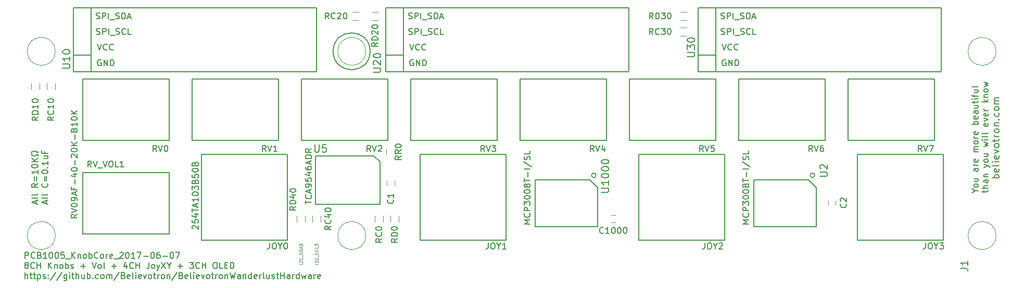
<source format=gbr>
G04 #@! TF.FileFunction,Legend,Top*
%FSLAX46Y46*%
G04 Gerber Fmt 4.6, Leading zero omitted, Abs format (unit mm)*
G04 Created by KiCad (PCBNEW 4.0.4-stable) date 06/07/17 13:37:54*
%MOMM*%
%LPD*%
G01*
G04 APERTURE LIST*
%ADD10C,0.100000*%
%ADD11C,0.150000*%
%ADD12C,0.200000*%
%ADD13C,0.187500*%
%ADD14C,0.120000*%
%ADD15C,0.125000*%
G04 APERTURE END LIST*
D10*
D11*
X2643667Y15176476D02*
X2643667Y15652667D01*
X2929381Y15081238D02*
X1929381Y15414571D01*
X2929381Y15747905D01*
X2929381Y16224095D02*
X2881762Y16128857D01*
X2786524Y16081238D01*
X1929381Y16081238D01*
X2929381Y16747905D02*
X2881762Y16652667D01*
X2786524Y16605048D01*
X1929381Y16605048D01*
X2929381Y18462192D02*
X2453190Y18128858D01*
X2929381Y17890763D02*
X1929381Y17890763D01*
X1929381Y18271716D01*
X1977000Y18366954D01*
X2024619Y18414573D01*
X2119857Y18462192D01*
X2262714Y18462192D01*
X2357952Y18414573D01*
X2405571Y18366954D01*
X2453190Y18271716D01*
X2453190Y17890763D01*
X2405571Y18890763D02*
X2405571Y19652668D01*
X2691286Y19652668D02*
X2691286Y18890763D01*
X2929381Y20652668D02*
X2929381Y20081239D01*
X2929381Y20366953D02*
X1929381Y20366953D01*
X2072238Y20271715D01*
X2167476Y20176477D01*
X2215095Y20081239D01*
X1929381Y21271715D02*
X1929381Y21366954D01*
X1977000Y21462192D01*
X2024619Y21509811D01*
X2119857Y21557430D01*
X2310333Y21605049D01*
X2548429Y21605049D01*
X2738905Y21557430D01*
X2834143Y21509811D01*
X2881762Y21462192D01*
X2929381Y21366954D01*
X2929381Y21271715D01*
X2881762Y21176477D01*
X2834143Y21128858D01*
X2738905Y21081239D01*
X2548429Y21033620D01*
X2310333Y21033620D01*
X2119857Y21081239D01*
X2024619Y21128858D01*
X1977000Y21176477D01*
X1929381Y21271715D01*
X2929381Y22033620D02*
X1929381Y22033620D01*
X2929381Y22605049D02*
X2357952Y22176477D01*
X1929381Y22605049D02*
X2500810Y22033620D01*
X2929381Y22986001D02*
X2929381Y23224096D01*
X2738905Y23224096D01*
X2691286Y23128858D01*
X2596048Y23033620D01*
X2453190Y22986001D01*
X2215095Y22986001D01*
X2072238Y23033620D01*
X1977000Y23128858D01*
X1929381Y23271715D01*
X1929381Y23462192D01*
X1977000Y23605049D01*
X2072238Y23700287D01*
X2215095Y23747906D01*
X2453190Y23747906D01*
X2596048Y23700287D01*
X2691286Y23605049D01*
X2738905Y23509811D01*
X2929381Y23509811D01*
X2929381Y23747906D01*
X4293667Y15176476D02*
X4293667Y15652667D01*
X4579381Y15081238D02*
X3579381Y15414571D01*
X4579381Y15747905D01*
X4579381Y16224095D02*
X4531762Y16128857D01*
X4436524Y16081238D01*
X3579381Y16081238D01*
X4579381Y16747905D02*
X4531762Y16652667D01*
X4436524Y16605048D01*
X3579381Y16605048D01*
X4484143Y18462192D02*
X4531762Y18414573D01*
X4579381Y18271716D01*
X4579381Y18176478D01*
X4531762Y18033620D01*
X4436524Y17938382D01*
X4341286Y17890763D01*
X4150810Y17843144D01*
X4007952Y17843144D01*
X3817476Y17890763D01*
X3722238Y17938382D01*
X3627000Y18033620D01*
X3579381Y18176478D01*
X3579381Y18271716D01*
X3627000Y18414573D01*
X3674619Y18462192D01*
X4055571Y18890763D02*
X4055571Y19652668D01*
X4341286Y19652668D02*
X4341286Y18890763D01*
X3579381Y20319334D02*
X3579381Y20414573D01*
X3627000Y20509811D01*
X3674619Y20557430D01*
X3769857Y20605049D01*
X3960333Y20652668D01*
X4198429Y20652668D01*
X4388905Y20605049D01*
X4484143Y20557430D01*
X4531762Y20509811D01*
X4579381Y20414573D01*
X4579381Y20319334D01*
X4531762Y20224096D01*
X4484143Y20176477D01*
X4388905Y20128858D01*
X4198429Y20081239D01*
X3960333Y20081239D01*
X3769857Y20128858D01*
X3674619Y20176477D01*
X3627000Y20224096D01*
X3579381Y20319334D01*
X4484143Y21081239D02*
X4531762Y21128858D01*
X4579381Y21081239D01*
X4531762Y21033620D01*
X4484143Y21081239D01*
X4579381Y21081239D01*
X4579381Y22081239D02*
X4579381Y21509810D01*
X4579381Y21795524D02*
X3579381Y21795524D01*
X3722238Y21700286D01*
X3817476Y21605048D01*
X3865095Y21509810D01*
X3912714Y22938382D02*
X4579381Y22938382D01*
X3912714Y22509810D02*
X4436524Y22509810D01*
X4531762Y22557429D01*
X4579381Y22652667D01*
X4579381Y22795525D01*
X4531762Y22890763D01*
X4484143Y22938382D01*
X4055571Y23747906D02*
X4055571Y23414572D01*
X4579381Y23414572D02*
X3579381Y23414572D01*
X3579381Y23890763D01*
D12*
X8763000Y36703000D02*
X10160000Y36703000D01*
X8763000Y47117000D02*
X8763000Y36703000D01*
X10160000Y47117000D02*
X8763000Y47117000D01*
X110363000Y36703000D02*
X111760000Y36703000D01*
X110363000Y47117000D02*
X110363000Y36703000D01*
X111760000Y47117000D02*
X110363000Y47117000D01*
X60960000Y36703000D02*
X59563000Y36703000D01*
X59563000Y47117000D02*
X59563000Y36703000D01*
X60960000Y47117000D02*
X59563000Y47117000D01*
D13*
X46442381Y15137381D02*
X46442381Y15708810D01*
X47442381Y15423095D02*
X46442381Y15423095D01*
X47347143Y16613572D02*
X47394762Y16565953D01*
X47442381Y16423096D01*
X47442381Y16327858D01*
X47394762Y16185000D01*
X47299524Y16089762D01*
X47204286Y16042143D01*
X47013810Y15994524D01*
X46870952Y15994524D01*
X46680476Y16042143D01*
X46585238Y16089762D01*
X46490000Y16185000D01*
X46442381Y16327858D01*
X46442381Y16423096D01*
X46490000Y16565953D01*
X46537619Y16613572D01*
X47156667Y16994524D02*
X47156667Y17470715D01*
X47442381Y16899286D02*
X46442381Y17232619D01*
X47442381Y17565953D01*
X47442381Y17946905D02*
X47442381Y18137381D01*
X47394762Y18232620D01*
X47347143Y18280239D01*
X47204286Y18375477D01*
X47013810Y18423096D01*
X46632857Y18423096D01*
X46537619Y18375477D01*
X46490000Y18327858D01*
X46442381Y18232620D01*
X46442381Y18042143D01*
X46490000Y17946905D01*
X46537619Y17899286D01*
X46632857Y17851667D01*
X46870952Y17851667D01*
X46966190Y17899286D01*
X47013810Y17946905D01*
X47061429Y18042143D01*
X47061429Y18232620D01*
X47013810Y18327858D01*
X46966190Y18375477D01*
X46870952Y18423096D01*
X46442381Y19327858D02*
X46442381Y18851667D01*
X46918571Y18804048D01*
X46870952Y18851667D01*
X46823333Y18946905D01*
X46823333Y19185001D01*
X46870952Y19280239D01*
X46918571Y19327858D01*
X47013810Y19375477D01*
X47251905Y19375477D01*
X47347143Y19327858D01*
X47394762Y19280239D01*
X47442381Y19185001D01*
X47442381Y18946905D01*
X47394762Y18851667D01*
X47347143Y18804048D01*
X46775714Y20232620D02*
X47442381Y20232620D01*
X46394762Y19994524D02*
X47109048Y19756429D01*
X47109048Y20375477D01*
X46442381Y21185001D02*
X46442381Y20994524D01*
X46490000Y20899286D01*
X46537619Y20851667D01*
X46680476Y20756429D01*
X46870952Y20708810D01*
X47251905Y20708810D01*
X47347143Y20756429D01*
X47394762Y20804048D01*
X47442381Y20899286D01*
X47442381Y21089763D01*
X47394762Y21185001D01*
X47347143Y21232620D01*
X47251905Y21280239D01*
X47013810Y21280239D01*
X46918571Y21232620D01*
X46870952Y21185001D01*
X46823333Y21089763D01*
X46823333Y20899286D01*
X46870952Y20804048D01*
X46918571Y20756429D01*
X47013810Y20708810D01*
X47156667Y21661191D02*
X47156667Y22137382D01*
X47442381Y21565953D02*
X46442381Y21899286D01*
X47442381Y22232620D01*
X47442381Y22565953D02*
X46442381Y22565953D01*
X46442381Y22804048D01*
X46490000Y22946906D01*
X46585238Y23042144D01*
X46680476Y23089763D01*
X46870952Y23137382D01*
X47013810Y23137382D01*
X47204286Y23089763D01*
X47299524Y23042144D01*
X47394762Y22946906D01*
X47442381Y22804048D01*
X47442381Y22565953D01*
X47442381Y24137382D02*
X46966190Y23804048D01*
X47442381Y23565953D02*
X46442381Y23565953D01*
X46442381Y23946906D01*
X46490000Y24042144D01*
X46537619Y24089763D01*
X46632857Y24137382D01*
X46775714Y24137382D01*
X46870952Y24089763D01*
X46918571Y24042144D01*
X46966190Y23946906D01*
X46966190Y23565953D01*
D12*
X149860000Y36703000D02*
X111760000Y36703000D01*
X149860000Y46990000D02*
X149860000Y36830000D01*
X111760000Y47117000D02*
X149860000Y47117000D01*
X99060000Y36703000D02*
X60960000Y36703000D01*
X99060000Y39370000D02*
X99060000Y36830000D01*
X99060000Y46990000D02*
X99060000Y39370000D01*
X60960000Y47117000D02*
X99060000Y47117000D01*
X48260000Y36703000D02*
X10160000Y36703000D01*
X48260000Y46990000D02*
X48260000Y36830000D01*
X10160000Y47117000D02*
X48260000Y47117000D01*
D11*
X118562381Y11899048D02*
X117562381Y11899048D01*
X118276667Y12232382D01*
X117562381Y12565715D01*
X118562381Y12565715D01*
X118467143Y13613334D02*
X118514762Y13565715D01*
X118562381Y13422858D01*
X118562381Y13327620D01*
X118514762Y13184762D01*
X118419524Y13089524D01*
X118324286Y13041905D01*
X118133810Y12994286D01*
X117990952Y12994286D01*
X117800476Y13041905D01*
X117705238Y13089524D01*
X117610000Y13184762D01*
X117562381Y13327620D01*
X117562381Y13422858D01*
X117610000Y13565715D01*
X117657619Y13613334D01*
X118562381Y14041905D02*
X117562381Y14041905D01*
X117562381Y14422858D01*
X117610000Y14518096D01*
X117657619Y14565715D01*
X117752857Y14613334D01*
X117895714Y14613334D01*
X117990952Y14565715D01*
X118038571Y14518096D01*
X118086190Y14422858D01*
X118086190Y14041905D01*
X117562381Y14946667D02*
X117562381Y15565715D01*
X117943333Y15232381D01*
X117943333Y15375239D01*
X117990952Y15470477D01*
X118038571Y15518096D01*
X118133810Y15565715D01*
X118371905Y15565715D01*
X118467143Y15518096D01*
X118514762Y15470477D01*
X118562381Y15375239D01*
X118562381Y15089524D01*
X118514762Y14994286D01*
X118467143Y14946667D01*
X117562381Y16184762D02*
X117562381Y16280001D01*
X117610000Y16375239D01*
X117657619Y16422858D01*
X117752857Y16470477D01*
X117943333Y16518096D01*
X118181429Y16518096D01*
X118371905Y16470477D01*
X118467143Y16422858D01*
X118514762Y16375239D01*
X118562381Y16280001D01*
X118562381Y16184762D01*
X118514762Y16089524D01*
X118467143Y16041905D01*
X118371905Y15994286D01*
X118181429Y15946667D01*
X117943333Y15946667D01*
X117752857Y15994286D01*
X117657619Y16041905D01*
X117610000Y16089524D01*
X117562381Y16184762D01*
X117562381Y17137143D02*
X117562381Y17232382D01*
X117610000Y17327620D01*
X117657619Y17375239D01*
X117752857Y17422858D01*
X117943333Y17470477D01*
X118181429Y17470477D01*
X118371905Y17422858D01*
X118467143Y17375239D01*
X118514762Y17327620D01*
X118562381Y17232382D01*
X118562381Y17137143D01*
X118514762Y17041905D01*
X118467143Y16994286D01*
X118371905Y16946667D01*
X118181429Y16899048D01*
X117943333Y16899048D01*
X117752857Y16946667D01*
X117657619Y16994286D01*
X117610000Y17041905D01*
X117562381Y17137143D01*
X117990952Y18041905D02*
X117943333Y17946667D01*
X117895714Y17899048D01*
X117800476Y17851429D01*
X117752857Y17851429D01*
X117657619Y17899048D01*
X117610000Y17946667D01*
X117562381Y18041905D01*
X117562381Y18232382D01*
X117610000Y18327620D01*
X117657619Y18375239D01*
X117752857Y18422858D01*
X117800476Y18422858D01*
X117895714Y18375239D01*
X117943333Y18327620D01*
X117990952Y18232382D01*
X117990952Y18041905D01*
X118038571Y17946667D01*
X118086190Y17899048D01*
X118181429Y17851429D01*
X118371905Y17851429D01*
X118467143Y17899048D01*
X118514762Y17946667D01*
X118562381Y18041905D01*
X118562381Y18232382D01*
X118514762Y18327620D01*
X118467143Y18375239D01*
X118371905Y18422858D01*
X118181429Y18422858D01*
X118086190Y18375239D01*
X118038571Y18327620D01*
X117990952Y18232382D01*
X117562381Y18708572D02*
X117562381Y19280001D01*
X118562381Y18994286D02*
X117562381Y18994286D01*
X118181429Y19613334D02*
X118181429Y20375239D01*
X118562381Y20851429D02*
X117562381Y20851429D01*
X117514762Y22041905D02*
X118800476Y21184762D01*
X118514762Y22327619D02*
X118562381Y22470476D01*
X118562381Y22708572D01*
X118514762Y22803810D01*
X118467143Y22851429D01*
X118371905Y22899048D01*
X118276667Y22899048D01*
X118181429Y22851429D01*
X118133810Y22803810D01*
X118086190Y22708572D01*
X118038571Y22518095D01*
X117990952Y22422857D01*
X117943333Y22375238D01*
X117848095Y22327619D01*
X117752857Y22327619D01*
X117657619Y22375238D01*
X117610000Y22422857D01*
X117562381Y22518095D01*
X117562381Y22756191D01*
X117610000Y22899048D01*
X118562381Y23803810D02*
X118562381Y23327619D01*
X117562381Y23327619D01*
D12*
X56975000Y40005000D02*
G75*
G03X56975000Y40005000I-3000000J0D01*
G01*
D13*
X28122619Y11081428D02*
X28075000Y11129047D01*
X28027381Y11224285D01*
X28027381Y11462381D01*
X28075000Y11557619D01*
X28122619Y11605238D01*
X28217857Y11652857D01*
X28313095Y11652857D01*
X28455952Y11605238D01*
X29027381Y11033809D01*
X29027381Y11652857D01*
X28027381Y12557619D02*
X28027381Y12081428D01*
X28503571Y12033809D01*
X28455952Y12081428D01*
X28408333Y12176666D01*
X28408333Y12414762D01*
X28455952Y12510000D01*
X28503571Y12557619D01*
X28598810Y12605238D01*
X28836905Y12605238D01*
X28932143Y12557619D01*
X28979762Y12510000D01*
X29027381Y12414762D01*
X29027381Y12176666D01*
X28979762Y12081428D01*
X28932143Y12033809D01*
X28360714Y13462381D02*
X29027381Y13462381D01*
X27979762Y13224285D02*
X28694048Y12986190D01*
X28694048Y13605238D01*
X28027381Y13843333D02*
X28027381Y14414762D01*
X29027381Y14129047D02*
X28027381Y14129047D01*
X28741667Y14700476D02*
X28741667Y15176667D01*
X29027381Y14605238D02*
X28027381Y14938571D01*
X29027381Y15271905D01*
X29027381Y16129048D02*
X29027381Y15557619D01*
X29027381Y15843333D02*
X28027381Y15843333D01*
X28170238Y15748095D01*
X28265476Y15652857D01*
X28313095Y15557619D01*
X28027381Y16748095D02*
X28027381Y16843334D01*
X28075000Y16938572D01*
X28122619Y16986191D01*
X28217857Y17033810D01*
X28408333Y17081429D01*
X28646429Y17081429D01*
X28836905Y17033810D01*
X28932143Y16986191D01*
X28979762Y16938572D01*
X29027381Y16843334D01*
X29027381Y16748095D01*
X28979762Y16652857D01*
X28932143Y16605238D01*
X28836905Y16557619D01*
X28646429Y16510000D01*
X28408333Y16510000D01*
X28217857Y16557619D01*
X28122619Y16605238D01*
X28075000Y16652857D01*
X28027381Y16748095D01*
X28027381Y17414762D02*
X28027381Y18033810D01*
X28408333Y17700476D01*
X28408333Y17843334D01*
X28455952Y17938572D01*
X28503571Y17986191D01*
X28598810Y18033810D01*
X28836905Y18033810D01*
X28932143Y17986191D01*
X28979762Y17938572D01*
X29027381Y17843334D01*
X29027381Y17557619D01*
X28979762Y17462381D01*
X28932143Y17414762D01*
X28503571Y18795715D02*
X28551190Y18938572D01*
X28598810Y18986191D01*
X28694048Y19033810D01*
X28836905Y19033810D01*
X28932143Y18986191D01*
X28979762Y18938572D01*
X29027381Y18843334D01*
X29027381Y18462381D01*
X28027381Y18462381D01*
X28027381Y18795715D01*
X28075000Y18890953D01*
X28122619Y18938572D01*
X28217857Y18986191D01*
X28313095Y18986191D01*
X28408333Y18938572D01*
X28455952Y18890953D01*
X28503571Y18795715D01*
X28503571Y18462381D01*
X28027381Y19938572D02*
X28027381Y19462381D01*
X28503571Y19414762D01*
X28455952Y19462381D01*
X28408333Y19557619D01*
X28408333Y19795715D01*
X28455952Y19890953D01*
X28503571Y19938572D01*
X28598810Y19986191D01*
X28836905Y19986191D01*
X28932143Y19938572D01*
X28979762Y19890953D01*
X29027381Y19795715D01*
X29027381Y19557619D01*
X28979762Y19462381D01*
X28932143Y19414762D01*
X28027381Y20605238D02*
X28027381Y20700477D01*
X28075000Y20795715D01*
X28122619Y20843334D01*
X28217857Y20890953D01*
X28408333Y20938572D01*
X28646429Y20938572D01*
X28836905Y20890953D01*
X28932143Y20843334D01*
X28979762Y20795715D01*
X29027381Y20700477D01*
X29027381Y20605238D01*
X28979762Y20510000D01*
X28932143Y20462381D01*
X28836905Y20414762D01*
X28646429Y20367143D01*
X28408333Y20367143D01*
X28217857Y20414762D01*
X28122619Y20462381D01*
X28075000Y20510000D01*
X28027381Y20605238D01*
X28503571Y21700477D02*
X28551190Y21843334D01*
X28598810Y21890953D01*
X28694048Y21938572D01*
X28836905Y21938572D01*
X28932143Y21890953D01*
X28979762Y21843334D01*
X29027381Y21748096D01*
X29027381Y21367143D01*
X28027381Y21367143D01*
X28027381Y21700477D01*
X28075000Y21795715D01*
X28122619Y21843334D01*
X28217857Y21890953D01*
X28313095Y21890953D01*
X28408333Y21843334D01*
X28455952Y21795715D01*
X28503571Y21700477D01*
X28503571Y21367143D01*
X9342381Y13447143D02*
X8866190Y13113809D01*
X9342381Y12875714D02*
X8342381Y12875714D01*
X8342381Y13256667D01*
X8390000Y13351905D01*
X8437619Y13399524D01*
X8532857Y13447143D01*
X8675714Y13447143D01*
X8770952Y13399524D01*
X8818571Y13351905D01*
X8866190Y13256667D01*
X8866190Y12875714D01*
X8342381Y13732857D02*
X9342381Y14066190D01*
X8342381Y14399524D01*
X8342381Y14923333D02*
X8342381Y15018572D01*
X8390000Y15113810D01*
X8437619Y15161429D01*
X8532857Y15209048D01*
X8723333Y15256667D01*
X8961429Y15256667D01*
X9151905Y15209048D01*
X9247143Y15161429D01*
X9294762Y15113810D01*
X9342381Y15018572D01*
X9342381Y14923333D01*
X9294762Y14828095D01*
X9247143Y14780476D01*
X9151905Y14732857D01*
X8961429Y14685238D01*
X8723333Y14685238D01*
X8532857Y14732857D01*
X8437619Y14780476D01*
X8390000Y14828095D01*
X8342381Y14923333D01*
X9342381Y15732857D02*
X9342381Y15923333D01*
X9294762Y16018572D01*
X9247143Y16066191D01*
X9104286Y16161429D01*
X8913810Y16209048D01*
X8532857Y16209048D01*
X8437619Y16161429D01*
X8390000Y16113810D01*
X8342381Y16018572D01*
X8342381Y15828095D01*
X8390000Y15732857D01*
X8437619Y15685238D01*
X8532857Y15637619D01*
X8770952Y15637619D01*
X8866190Y15685238D01*
X8913810Y15732857D01*
X8961429Y15828095D01*
X8961429Y16018572D01*
X8913810Y16113810D01*
X8866190Y16161429D01*
X8770952Y16209048D01*
X9056667Y16590000D02*
X9056667Y17066191D01*
X9342381Y16494762D02*
X8342381Y16828095D01*
X9342381Y17161429D01*
X8818571Y17828096D02*
X8818571Y17494762D01*
X9342381Y17494762D02*
X8342381Y17494762D01*
X8342381Y17970953D01*
X8961429Y18351905D02*
X8961429Y19113810D01*
X8675714Y20018572D02*
X9342381Y20018572D01*
X8294762Y19780476D02*
X9009048Y19542381D01*
X9009048Y20161429D01*
X8342381Y20732857D02*
X8342381Y20828096D01*
X8390000Y20923334D01*
X8437619Y20970953D01*
X8532857Y21018572D01*
X8723333Y21066191D01*
X8961429Y21066191D01*
X9151905Y21018572D01*
X9247143Y20970953D01*
X9294762Y20923334D01*
X9342381Y20828096D01*
X9342381Y20732857D01*
X9294762Y20637619D01*
X9247143Y20590000D01*
X9151905Y20542381D01*
X8961429Y20494762D01*
X8723333Y20494762D01*
X8532857Y20542381D01*
X8437619Y20590000D01*
X8390000Y20637619D01*
X8342381Y20732857D01*
X8961429Y21494762D02*
X8961429Y22256667D01*
X8437619Y22685238D02*
X8390000Y22732857D01*
X8342381Y22828095D01*
X8342381Y23066191D01*
X8390000Y23161429D01*
X8437619Y23209048D01*
X8532857Y23256667D01*
X8628095Y23256667D01*
X8770952Y23209048D01*
X9342381Y22637619D01*
X9342381Y23256667D01*
X8342381Y23875714D02*
X8342381Y23970953D01*
X8390000Y24066191D01*
X8437619Y24113810D01*
X8532857Y24161429D01*
X8723333Y24209048D01*
X8961429Y24209048D01*
X9151905Y24161429D01*
X9247143Y24113810D01*
X9294762Y24066191D01*
X9342381Y23970953D01*
X9342381Y23875714D01*
X9294762Y23780476D01*
X9247143Y23732857D01*
X9151905Y23685238D01*
X8961429Y23637619D01*
X8723333Y23637619D01*
X8532857Y23685238D01*
X8437619Y23732857D01*
X8390000Y23780476D01*
X8342381Y23875714D01*
X9342381Y24637619D02*
X8342381Y24637619D01*
X9342381Y25209048D02*
X8770952Y24780476D01*
X8342381Y25209048D02*
X8913810Y24637619D01*
X8961429Y25637619D02*
X8961429Y26399524D01*
X8818571Y27209048D02*
X8866190Y27351905D01*
X8913810Y27399524D01*
X9009048Y27447143D01*
X9151905Y27447143D01*
X9247143Y27399524D01*
X9294762Y27351905D01*
X9342381Y27256667D01*
X9342381Y26875714D01*
X8342381Y26875714D01*
X8342381Y27209048D01*
X8390000Y27304286D01*
X8437619Y27351905D01*
X8532857Y27399524D01*
X8628095Y27399524D01*
X8723333Y27351905D01*
X8770952Y27304286D01*
X8818571Y27209048D01*
X8818571Y26875714D01*
X9342381Y28399524D02*
X9342381Y27828095D01*
X9342381Y28113809D02*
X8342381Y28113809D01*
X8485238Y28018571D01*
X8580476Y27923333D01*
X8628095Y27828095D01*
X8342381Y29018571D02*
X8342381Y29113810D01*
X8390000Y29209048D01*
X8437619Y29256667D01*
X8532857Y29304286D01*
X8723333Y29351905D01*
X8961429Y29351905D01*
X9151905Y29304286D01*
X9247143Y29256667D01*
X9294762Y29209048D01*
X9342381Y29113810D01*
X9342381Y29018571D01*
X9294762Y28923333D01*
X9247143Y28875714D01*
X9151905Y28828095D01*
X8961429Y28780476D01*
X8723333Y28780476D01*
X8532857Y28828095D01*
X8437619Y28875714D01*
X8390000Y28923333D01*
X8342381Y29018571D01*
X9342381Y29780476D02*
X8342381Y29780476D01*
X9342381Y30351905D02*
X8770952Y29923333D01*
X8342381Y30351905D02*
X8913810Y29780476D01*
D11*
X83002381Y11899048D02*
X82002381Y11899048D01*
X82716667Y12232382D01*
X82002381Y12565715D01*
X83002381Y12565715D01*
X82907143Y13613334D02*
X82954762Y13565715D01*
X83002381Y13422858D01*
X83002381Y13327620D01*
X82954762Y13184762D01*
X82859524Y13089524D01*
X82764286Y13041905D01*
X82573810Y12994286D01*
X82430952Y12994286D01*
X82240476Y13041905D01*
X82145238Y13089524D01*
X82050000Y13184762D01*
X82002381Y13327620D01*
X82002381Y13422858D01*
X82050000Y13565715D01*
X82097619Y13613334D01*
X83002381Y14041905D02*
X82002381Y14041905D01*
X82002381Y14422858D01*
X82050000Y14518096D01*
X82097619Y14565715D01*
X82192857Y14613334D01*
X82335714Y14613334D01*
X82430952Y14565715D01*
X82478571Y14518096D01*
X82526190Y14422858D01*
X82526190Y14041905D01*
X82002381Y14946667D02*
X82002381Y15565715D01*
X82383333Y15232381D01*
X82383333Y15375239D01*
X82430952Y15470477D01*
X82478571Y15518096D01*
X82573810Y15565715D01*
X82811905Y15565715D01*
X82907143Y15518096D01*
X82954762Y15470477D01*
X83002381Y15375239D01*
X83002381Y15089524D01*
X82954762Y14994286D01*
X82907143Y14946667D01*
X82002381Y16184762D02*
X82002381Y16280001D01*
X82050000Y16375239D01*
X82097619Y16422858D01*
X82192857Y16470477D01*
X82383333Y16518096D01*
X82621429Y16518096D01*
X82811905Y16470477D01*
X82907143Y16422858D01*
X82954762Y16375239D01*
X83002381Y16280001D01*
X83002381Y16184762D01*
X82954762Y16089524D01*
X82907143Y16041905D01*
X82811905Y15994286D01*
X82621429Y15946667D01*
X82383333Y15946667D01*
X82192857Y15994286D01*
X82097619Y16041905D01*
X82050000Y16089524D01*
X82002381Y16184762D01*
X82002381Y17137143D02*
X82002381Y17232382D01*
X82050000Y17327620D01*
X82097619Y17375239D01*
X82192857Y17422858D01*
X82383333Y17470477D01*
X82621429Y17470477D01*
X82811905Y17422858D01*
X82907143Y17375239D01*
X82954762Y17327620D01*
X83002381Y17232382D01*
X83002381Y17137143D01*
X82954762Y17041905D01*
X82907143Y16994286D01*
X82811905Y16946667D01*
X82621429Y16899048D01*
X82383333Y16899048D01*
X82192857Y16946667D01*
X82097619Y16994286D01*
X82050000Y17041905D01*
X82002381Y17137143D01*
X82430952Y18041905D02*
X82383333Y17946667D01*
X82335714Y17899048D01*
X82240476Y17851429D01*
X82192857Y17851429D01*
X82097619Y17899048D01*
X82050000Y17946667D01*
X82002381Y18041905D01*
X82002381Y18232382D01*
X82050000Y18327620D01*
X82097619Y18375239D01*
X82192857Y18422858D01*
X82240476Y18422858D01*
X82335714Y18375239D01*
X82383333Y18327620D01*
X82430952Y18232382D01*
X82430952Y18041905D01*
X82478571Y17946667D01*
X82526190Y17899048D01*
X82621429Y17851429D01*
X82811905Y17851429D01*
X82907143Y17899048D01*
X82954762Y17946667D01*
X83002381Y18041905D01*
X83002381Y18232382D01*
X82954762Y18327620D01*
X82907143Y18375239D01*
X82811905Y18422858D01*
X82621429Y18422858D01*
X82526190Y18375239D01*
X82478571Y18327620D01*
X82430952Y18232382D01*
X82002381Y18708572D02*
X82002381Y19280001D01*
X83002381Y18994286D02*
X82002381Y18994286D01*
X82621429Y19613334D02*
X82621429Y20375239D01*
X83002381Y20851429D02*
X82002381Y20851429D01*
X81954762Y22041905D02*
X83240476Y21184762D01*
X82954762Y22327619D02*
X83002381Y22470476D01*
X83002381Y22708572D01*
X82954762Y22803810D01*
X82907143Y22851429D01*
X82811905Y22899048D01*
X82716667Y22899048D01*
X82621429Y22851429D01*
X82573810Y22803810D01*
X82526190Y22708572D01*
X82478571Y22518095D01*
X82430952Y22422857D01*
X82383333Y22375238D01*
X82288095Y22327619D01*
X82192857Y22327619D01*
X82097619Y22375238D01*
X82050000Y22422857D01*
X82002381Y22518095D01*
X82002381Y22756191D01*
X82050000Y22899048D01*
X83002381Y23803810D02*
X83002381Y23327619D01*
X82002381Y23327619D01*
X159270238Y19363954D02*
X158120238Y19363954D01*
X158558333Y19363954D02*
X158503571Y19473477D01*
X158503571Y19692525D01*
X158558333Y19802049D01*
X158613095Y19856811D01*
X158722619Y19911573D01*
X159051190Y19911573D01*
X159160714Y19856811D01*
X159215476Y19802049D01*
X159270238Y19692525D01*
X159270238Y19473477D01*
X159215476Y19363954D01*
X159215476Y20842525D02*
X159270238Y20733001D01*
X159270238Y20513953D01*
X159215476Y20404430D01*
X159105952Y20349668D01*
X158667857Y20349668D01*
X158558333Y20404430D01*
X158503571Y20513953D01*
X158503571Y20733001D01*
X158558333Y20842525D01*
X158667857Y20897287D01*
X158777381Y20897287D01*
X158886905Y20349668D01*
X159270238Y21554429D02*
X159215476Y21444905D01*
X159105952Y21390144D01*
X158120238Y21390144D01*
X159270238Y21992525D02*
X158503571Y21992525D01*
X158120238Y21992525D02*
X158175000Y21937763D01*
X158229762Y21992525D01*
X158175000Y22047286D01*
X158120238Y21992525D01*
X158229762Y21992525D01*
X159215476Y22978239D02*
X159270238Y22868715D01*
X159270238Y22649667D01*
X159215476Y22540144D01*
X159105952Y22485382D01*
X158667857Y22485382D01*
X158558333Y22540144D01*
X158503571Y22649667D01*
X158503571Y22868715D01*
X158558333Y22978239D01*
X158667857Y23033001D01*
X158777381Y23033001D01*
X158886905Y22485382D01*
X158503571Y23416334D02*
X159270238Y23690143D01*
X158503571Y23963953D01*
X159270238Y24566333D02*
X159215476Y24456809D01*
X159160714Y24402048D01*
X159051190Y24347286D01*
X158722619Y24347286D01*
X158613095Y24402048D01*
X158558333Y24456809D01*
X158503571Y24566333D01*
X158503571Y24730619D01*
X158558333Y24840143D01*
X158613095Y24894905D01*
X158722619Y24949667D01*
X159051190Y24949667D01*
X159160714Y24894905D01*
X159215476Y24840143D01*
X159270238Y24730619D01*
X159270238Y24566333D01*
X158503571Y25278238D02*
X158503571Y25716333D01*
X158120238Y25442524D02*
X159105952Y25442524D01*
X159215476Y25497285D01*
X159270238Y25606809D01*
X159270238Y25716333D01*
X159270238Y26099667D02*
X158503571Y26099667D01*
X158722619Y26099667D02*
X158613095Y26154428D01*
X158558333Y26209190D01*
X158503571Y26318714D01*
X158503571Y26428238D01*
X159270238Y26975857D02*
X159215476Y26866333D01*
X159160714Y26811572D01*
X159051190Y26756810D01*
X158722619Y26756810D01*
X158613095Y26811572D01*
X158558333Y26866333D01*
X158503571Y26975857D01*
X158503571Y27140143D01*
X158558333Y27249667D01*
X158613095Y27304429D01*
X158722619Y27359191D01*
X159051190Y27359191D01*
X159160714Y27304429D01*
X159215476Y27249667D01*
X159270238Y27140143D01*
X159270238Y26975857D01*
X158503571Y27852048D02*
X159270238Y27852048D01*
X158613095Y27852048D02*
X158558333Y27906809D01*
X158503571Y28016333D01*
X158503571Y28180619D01*
X158558333Y28290143D01*
X158667857Y28344905D01*
X159270238Y28344905D01*
X159160714Y28892524D02*
X159215476Y28947285D01*
X159270238Y28892524D01*
X159215476Y28837762D01*
X159160714Y28892524D01*
X159270238Y28892524D01*
X159215476Y29933000D02*
X159270238Y29823476D01*
X159270238Y29604428D01*
X159215476Y29494904D01*
X159160714Y29440143D01*
X159051190Y29385381D01*
X158722619Y29385381D01*
X158613095Y29440143D01*
X158558333Y29494904D01*
X158503571Y29604428D01*
X158503571Y29823476D01*
X158558333Y29933000D01*
X159270238Y30590142D02*
X159215476Y30480618D01*
X159160714Y30425857D01*
X159051190Y30371095D01*
X158722619Y30371095D01*
X158613095Y30425857D01*
X158558333Y30480618D01*
X158503571Y30590142D01*
X158503571Y30754428D01*
X158558333Y30863952D01*
X158613095Y30918714D01*
X158722619Y30973476D01*
X159051190Y30973476D01*
X159160714Y30918714D01*
X159215476Y30863952D01*
X159270238Y30754428D01*
X159270238Y30590142D01*
X159270238Y31466333D02*
X158503571Y31466333D01*
X158613095Y31466333D02*
X158558333Y31521094D01*
X158503571Y31630618D01*
X158503571Y31794904D01*
X158558333Y31904428D01*
X158667857Y31959190D01*
X159270238Y31959190D01*
X158667857Y31959190D02*
X158558333Y32013952D01*
X158503571Y32123475D01*
X158503571Y32287761D01*
X158558333Y32397285D01*
X158667857Y32452047D01*
X159270238Y32452047D01*
X155361190Y17249284D02*
X155837381Y17249284D01*
X154837381Y16915951D02*
X155361190Y17249284D01*
X154837381Y17582618D01*
X155837381Y18058808D02*
X155789762Y17963570D01*
X155742143Y17915951D01*
X155646905Y17868332D01*
X155361190Y17868332D01*
X155265952Y17915951D01*
X155218333Y17963570D01*
X155170714Y18058808D01*
X155170714Y18201666D01*
X155218333Y18296904D01*
X155265952Y18344523D01*
X155361190Y18392142D01*
X155646905Y18392142D01*
X155742143Y18344523D01*
X155789762Y18296904D01*
X155837381Y18201666D01*
X155837381Y18058808D01*
X155170714Y19249285D02*
X155837381Y19249285D01*
X155170714Y18820713D02*
X155694524Y18820713D01*
X155789762Y18868332D01*
X155837381Y18963570D01*
X155837381Y19106428D01*
X155789762Y19201666D01*
X155742143Y19249285D01*
X155837381Y20915952D02*
X155313571Y20915952D01*
X155218333Y20868333D01*
X155170714Y20773095D01*
X155170714Y20582618D01*
X155218333Y20487380D01*
X155789762Y20915952D02*
X155837381Y20820714D01*
X155837381Y20582618D01*
X155789762Y20487380D01*
X155694524Y20439761D01*
X155599286Y20439761D01*
X155504048Y20487380D01*
X155456429Y20582618D01*
X155456429Y20820714D01*
X155408810Y20915952D01*
X155837381Y21392142D02*
X155170714Y21392142D01*
X155361190Y21392142D02*
X155265952Y21439761D01*
X155218333Y21487380D01*
X155170714Y21582618D01*
X155170714Y21677857D01*
X155789762Y22392143D02*
X155837381Y22296905D01*
X155837381Y22106428D01*
X155789762Y22011190D01*
X155694524Y21963571D01*
X155313571Y21963571D01*
X155218333Y22011190D01*
X155170714Y22106428D01*
X155170714Y22296905D01*
X155218333Y22392143D01*
X155313571Y22439762D01*
X155408810Y22439762D01*
X155504048Y21963571D01*
X155837381Y23630238D02*
X155170714Y23630238D01*
X155265952Y23630238D02*
X155218333Y23677857D01*
X155170714Y23773095D01*
X155170714Y23915953D01*
X155218333Y24011191D01*
X155313571Y24058810D01*
X155837381Y24058810D01*
X155313571Y24058810D02*
X155218333Y24106429D01*
X155170714Y24201667D01*
X155170714Y24344524D01*
X155218333Y24439762D01*
X155313571Y24487381D01*
X155837381Y24487381D01*
X155837381Y25106428D02*
X155789762Y25011190D01*
X155742143Y24963571D01*
X155646905Y24915952D01*
X155361190Y24915952D01*
X155265952Y24963571D01*
X155218333Y25011190D01*
X155170714Y25106428D01*
X155170714Y25249286D01*
X155218333Y25344524D01*
X155265952Y25392143D01*
X155361190Y25439762D01*
X155646905Y25439762D01*
X155742143Y25392143D01*
X155789762Y25344524D01*
X155837381Y25249286D01*
X155837381Y25106428D01*
X155837381Y25868333D02*
X155170714Y25868333D01*
X155361190Y25868333D02*
X155265952Y25915952D01*
X155218333Y25963571D01*
X155170714Y26058809D01*
X155170714Y26154048D01*
X155789762Y26868334D02*
X155837381Y26773096D01*
X155837381Y26582619D01*
X155789762Y26487381D01*
X155694524Y26439762D01*
X155313571Y26439762D01*
X155218333Y26487381D01*
X155170714Y26582619D01*
X155170714Y26773096D01*
X155218333Y26868334D01*
X155313571Y26915953D01*
X155408810Y26915953D01*
X155504048Y26439762D01*
X155837381Y28106429D02*
X154837381Y28106429D01*
X155218333Y28106429D02*
X155170714Y28201667D01*
X155170714Y28392144D01*
X155218333Y28487382D01*
X155265952Y28535001D01*
X155361190Y28582620D01*
X155646905Y28582620D01*
X155742143Y28535001D01*
X155789762Y28487382D01*
X155837381Y28392144D01*
X155837381Y28201667D01*
X155789762Y28106429D01*
X155789762Y29392144D02*
X155837381Y29296906D01*
X155837381Y29106429D01*
X155789762Y29011191D01*
X155694524Y28963572D01*
X155313571Y28963572D01*
X155218333Y29011191D01*
X155170714Y29106429D01*
X155170714Y29296906D01*
X155218333Y29392144D01*
X155313571Y29439763D01*
X155408810Y29439763D01*
X155504048Y28963572D01*
X155837381Y30296906D02*
X155313571Y30296906D01*
X155218333Y30249287D01*
X155170714Y30154049D01*
X155170714Y29963572D01*
X155218333Y29868334D01*
X155789762Y30296906D02*
X155837381Y30201668D01*
X155837381Y29963572D01*
X155789762Y29868334D01*
X155694524Y29820715D01*
X155599286Y29820715D01*
X155504048Y29868334D01*
X155456429Y29963572D01*
X155456429Y30201668D01*
X155408810Y30296906D01*
X155170714Y31201668D02*
X155837381Y31201668D01*
X155170714Y30773096D02*
X155694524Y30773096D01*
X155789762Y30820715D01*
X155837381Y30915953D01*
X155837381Y31058811D01*
X155789762Y31154049D01*
X155742143Y31201668D01*
X155170714Y31535001D02*
X155170714Y31915953D01*
X154837381Y31677858D02*
X155694524Y31677858D01*
X155789762Y31725477D01*
X155837381Y31820715D01*
X155837381Y31915953D01*
X155837381Y32249287D02*
X155170714Y32249287D01*
X154837381Y32249287D02*
X154885000Y32201668D01*
X154932619Y32249287D01*
X154885000Y32296906D01*
X154837381Y32249287D01*
X154932619Y32249287D01*
X155170714Y32582620D02*
X155170714Y32963572D01*
X155837381Y32725477D02*
X154980238Y32725477D01*
X154885000Y32773096D01*
X154837381Y32868334D01*
X154837381Y32963572D01*
X155170714Y33725478D02*
X155837381Y33725478D01*
X155170714Y33296906D02*
X155694524Y33296906D01*
X155789762Y33344525D01*
X155837381Y33439763D01*
X155837381Y33582621D01*
X155789762Y33677859D01*
X155742143Y33725478D01*
X155837381Y34344525D02*
X155789762Y34249287D01*
X155694524Y34201668D01*
X154837381Y34201668D01*
X156820714Y17011189D02*
X156820714Y17392141D01*
X156487381Y17154046D02*
X157344524Y17154046D01*
X157439762Y17201665D01*
X157487381Y17296903D01*
X157487381Y17392141D01*
X157487381Y17725475D02*
X156487381Y17725475D01*
X157487381Y18154047D02*
X156963571Y18154047D01*
X156868333Y18106428D01*
X156820714Y18011190D01*
X156820714Y17868332D01*
X156868333Y17773094D01*
X156915952Y17725475D01*
X157487381Y19058809D02*
X156963571Y19058809D01*
X156868333Y19011190D01*
X156820714Y18915952D01*
X156820714Y18725475D01*
X156868333Y18630237D01*
X157439762Y19058809D02*
X157487381Y18963571D01*
X157487381Y18725475D01*
X157439762Y18630237D01*
X157344524Y18582618D01*
X157249286Y18582618D01*
X157154048Y18630237D01*
X157106429Y18725475D01*
X157106429Y18963571D01*
X157058810Y19058809D01*
X156820714Y19534999D02*
X157487381Y19534999D01*
X156915952Y19534999D02*
X156868333Y19582618D01*
X156820714Y19677856D01*
X156820714Y19820714D01*
X156868333Y19915952D01*
X156963571Y19963571D01*
X157487381Y19963571D01*
X156820714Y21106428D02*
X157487381Y21344523D01*
X156820714Y21582619D02*
X157487381Y21344523D01*
X157725476Y21249285D01*
X157773095Y21201666D01*
X157820714Y21106428D01*
X157487381Y22106428D02*
X157439762Y22011190D01*
X157392143Y21963571D01*
X157296905Y21915952D01*
X157011190Y21915952D01*
X156915952Y21963571D01*
X156868333Y22011190D01*
X156820714Y22106428D01*
X156820714Y22249286D01*
X156868333Y22344524D01*
X156915952Y22392143D01*
X157011190Y22439762D01*
X157296905Y22439762D01*
X157392143Y22392143D01*
X157439762Y22344524D01*
X157487381Y22249286D01*
X157487381Y22106428D01*
X156820714Y23296905D02*
X157487381Y23296905D01*
X156820714Y22868333D02*
X157344524Y22868333D01*
X157439762Y22915952D01*
X157487381Y23011190D01*
X157487381Y23154048D01*
X157439762Y23249286D01*
X157392143Y23296905D01*
X156820714Y24439762D02*
X157487381Y24630238D01*
X157011190Y24820715D01*
X157487381Y25011191D01*
X156820714Y25201667D01*
X157487381Y25582619D02*
X156820714Y25582619D01*
X156487381Y25582619D02*
X156535000Y25535000D01*
X156582619Y25582619D01*
X156535000Y25630238D01*
X156487381Y25582619D01*
X156582619Y25582619D01*
X157487381Y26201666D02*
X157439762Y26106428D01*
X157344524Y26058809D01*
X156487381Y26058809D01*
X157487381Y26725476D02*
X157439762Y26630238D01*
X157344524Y26582619D01*
X156487381Y26582619D01*
X157439762Y28249287D02*
X157487381Y28154049D01*
X157487381Y27963572D01*
X157439762Y27868334D01*
X157344524Y27820715D01*
X156963571Y27820715D01*
X156868333Y27868334D01*
X156820714Y27963572D01*
X156820714Y28154049D01*
X156868333Y28249287D01*
X156963571Y28296906D01*
X157058810Y28296906D01*
X157154048Y27820715D01*
X156820714Y28630239D02*
X157487381Y28868334D01*
X156820714Y29106430D01*
X157439762Y29868335D02*
X157487381Y29773097D01*
X157487381Y29582620D01*
X157439762Y29487382D01*
X157344524Y29439763D01*
X156963571Y29439763D01*
X156868333Y29487382D01*
X156820714Y29582620D01*
X156820714Y29773097D01*
X156868333Y29868335D01*
X156963571Y29915954D01*
X157058810Y29915954D01*
X157154048Y29439763D01*
X157487381Y30344525D02*
X156820714Y30344525D01*
X157011190Y30344525D02*
X156915952Y30392144D01*
X156868333Y30439763D01*
X156820714Y30535001D01*
X156820714Y30630240D01*
X157487381Y31725478D02*
X156487381Y31725478D01*
X157106429Y31820716D02*
X157487381Y32106431D01*
X156820714Y32106431D02*
X157201667Y31725478D01*
X156820714Y32535002D02*
X157487381Y32535002D01*
X156915952Y32535002D02*
X156868333Y32582621D01*
X156820714Y32677859D01*
X156820714Y32820717D01*
X156868333Y32915955D01*
X156963571Y32963574D01*
X157487381Y32963574D01*
X157487381Y33582621D02*
X157439762Y33487383D01*
X157392143Y33439764D01*
X157296905Y33392145D01*
X157011190Y33392145D01*
X156915952Y33439764D01*
X156868333Y33487383D01*
X156820714Y33582621D01*
X156820714Y33725479D01*
X156868333Y33820717D01*
X156915952Y33868336D01*
X157011190Y33915955D01*
X157296905Y33915955D01*
X157392143Y33868336D01*
X157439762Y33820717D01*
X157487381Y33725479D01*
X157487381Y33582621D01*
X156820714Y34249288D02*
X157487381Y34439764D01*
X157011190Y34630241D01*
X157487381Y34820717D01*
X156820714Y35011193D01*
X873095Y6277619D02*
X873095Y7277619D01*
X1254048Y7277619D01*
X1349286Y7230000D01*
X1396905Y7182381D01*
X1444524Y7087143D01*
X1444524Y6944286D01*
X1396905Y6849048D01*
X1349286Y6801429D01*
X1254048Y6753810D01*
X873095Y6753810D01*
X2444524Y6372857D02*
X2396905Y6325238D01*
X2254048Y6277619D01*
X2158810Y6277619D01*
X2015952Y6325238D01*
X1920714Y6420476D01*
X1873095Y6515714D01*
X1825476Y6706190D01*
X1825476Y6849048D01*
X1873095Y7039524D01*
X1920714Y7134762D01*
X2015952Y7230000D01*
X2158810Y7277619D01*
X2254048Y7277619D01*
X2396905Y7230000D01*
X2444524Y7182381D01*
X3206429Y6801429D02*
X3349286Y6753810D01*
X3396905Y6706190D01*
X3444524Y6610952D01*
X3444524Y6468095D01*
X3396905Y6372857D01*
X3349286Y6325238D01*
X3254048Y6277619D01*
X2873095Y6277619D01*
X2873095Y7277619D01*
X3206429Y7277619D01*
X3301667Y7230000D01*
X3349286Y7182381D01*
X3396905Y7087143D01*
X3396905Y6991905D01*
X3349286Y6896667D01*
X3301667Y6849048D01*
X3206429Y6801429D01*
X2873095Y6801429D01*
X4396905Y6277619D02*
X3825476Y6277619D01*
X4111190Y6277619D02*
X4111190Y7277619D01*
X4015952Y7134762D01*
X3920714Y7039524D01*
X3825476Y6991905D01*
X5015952Y7277619D02*
X5111191Y7277619D01*
X5206429Y7230000D01*
X5254048Y7182381D01*
X5301667Y7087143D01*
X5349286Y6896667D01*
X5349286Y6658571D01*
X5301667Y6468095D01*
X5254048Y6372857D01*
X5206429Y6325238D01*
X5111191Y6277619D01*
X5015952Y6277619D01*
X4920714Y6325238D01*
X4873095Y6372857D01*
X4825476Y6468095D01*
X4777857Y6658571D01*
X4777857Y6896667D01*
X4825476Y7087143D01*
X4873095Y7182381D01*
X4920714Y7230000D01*
X5015952Y7277619D01*
X5968333Y7277619D02*
X6063572Y7277619D01*
X6158810Y7230000D01*
X6206429Y7182381D01*
X6254048Y7087143D01*
X6301667Y6896667D01*
X6301667Y6658571D01*
X6254048Y6468095D01*
X6206429Y6372857D01*
X6158810Y6325238D01*
X6063572Y6277619D01*
X5968333Y6277619D01*
X5873095Y6325238D01*
X5825476Y6372857D01*
X5777857Y6468095D01*
X5730238Y6658571D01*
X5730238Y6896667D01*
X5777857Y7087143D01*
X5825476Y7182381D01*
X5873095Y7230000D01*
X5968333Y7277619D01*
X7206429Y7277619D02*
X6730238Y7277619D01*
X6682619Y6801429D01*
X6730238Y6849048D01*
X6825476Y6896667D01*
X7063572Y6896667D01*
X7158810Y6849048D01*
X7206429Y6801429D01*
X7254048Y6706190D01*
X7254048Y6468095D01*
X7206429Y6372857D01*
X7158810Y6325238D01*
X7063572Y6277619D01*
X6825476Y6277619D01*
X6730238Y6325238D01*
X6682619Y6372857D01*
X7444524Y6182381D02*
X8206429Y6182381D01*
X8444524Y6277619D02*
X8444524Y7277619D01*
X9015953Y6277619D02*
X8587381Y6849048D01*
X9015953Y7277619D02*
X8444524Y6706190D01*
X9444524Y6944286D02*
X9444524Y6277619D01*
X9444524Y6849048D02*
X9492143Y6896667D01*
X9587381Y6944286D01*
X9730239Y6944286D01*
X9825477Y6896667D01*
X9873096Y6801429D01*
X9873096Y6277619D01*
X10492143Y6277619D02*
X10396905Y6325238D01*
X10349286Y6372857D01*
X10301667Y6468095D01*
X10301667Y6753810D01*
X10349286Y6849048D01*
X10396905Y6896667D01*
X10492143Y6944286D01*
X10635001Y6944286D01*
X10730239Y6896667D01*
X10777858Y6849048D01*
X10825477Y6753810D01*
X10825477Y6468095D01*
X10777858Y6372857D01*
X10730239Y6325238D01*
X10635001Y6277619D01*
X10492143Y6277619D01*
X11254048Y6277619D02*
X11254048Y7277619D01*
X11254048Y6896667D02*
X11349286Y6944286D01*
X11539763Y6944286D01*
X11635001Y6896667D01*
X11682620Y6849048D01*
X11730239Y6753810D01*
X11730239Y6468095D01*
X11682620Y6372857D01*
X11635001Y6325238D01*
X11539763Y6277619D01*
X11349286Y6277619D01*
X11254048Y6325238D01*
X12730239Y6372857D02*
X12682620Y6325238D01*
X12539763Y6277619D01*
X12444525Y6277619D01*
X12301667Y6325238D01*
X12206429Y6420476D01*
X12158810Y6515714D01*
X12111191Y6706190D01*
X12111191Y6849048D01*
X12158810Y7039524D01*
X12206429Y7134762D01*
X12301667Y7230000D01*
X12444525Y7277619D01*
X12539763Y7277619D01*
X12682620Y7230000D01*
X12730239Y7182381D01*
X13301667Y6277619D02*
X13206429Y6325238D01*
X13158810Y6372857D01*
X13111191Y6468095D01*
X13111191Y6753810D01*
X13158810Y6849048D01*
X13206429Y6896667D01*
X13301667Y6944286D01*
X13444525Y6944286D01*
X13539763Y6896667D01*
X13587382Y6849048D01*
X13635001Y6753810D01*
X13635001Y6468095D01*
X13587382Y6372857D01*
X13539763Y6325238D01*
X13444525Y6277619D01*
X13301667Y6277619D01*
X14063572Y6277619D02*
X14063572Y6944286D01*
X14063572Y6753810D02*
X14111191Y6849048D01*
X14158810Y6896667D01*
X14254048Y6944286D01*
X14349287Y6944286D01*
X15063573Y6325238D02*
X14968335Y6277619D01*
X14777858Y6277619D01*
X14682620Y6325238D01*
X14635001Y6420476D01*
X14635001Y6801429D01*
X14682620Y6896667D01*
X14777858Y6944286D01*
X14968335Y6944286D01*
X15063573Y6896667D01*
X15111192Y6801429D01*
X15111192Y6706190D01*
X14635001Y6610952D01*
X15301668Y6182381D02*
X16063573Y6182381D01*
X16254049Y7182381D02*
X16301668Y7230000D01*
X16396906Y7277619D01*
X16635002Y7277619D01*
X16730240Y7230000D01*
X16777859Y7182381D01*
X16825478Y7087143D01*
X16825478Y6991905D01*
X16777859Y6849048D01*
X16206430Y6277619D01*
X16825478Y6277619D01*
X17444525Y7277619D02*
X17539764Y7277619D01*
X17635002Y7230000D01*
X17682621Y7182381D01*
X17730240Y7087143D01*
X17777859Y6896667D01*
X17777859Y6658571D01*
X17730240Y6468095D01*
X17682621Y6372857D01*
X17635002Y6325238D01*
X17539764Y6277619D01*
X17444525Y6277619D01*
X17349287Y6325238D01*
X17301668Y6372857D01*
X17254049Y6468095D01*
X17206430Y6658571D01*
X17206430Y6896667D01*
X17254049Y7087143D01*
X17301668Y7182381D01*
X17349287Y7230000D01*
X17444525Y7277619D01*
X18730240Y6277619D02*
X18158811Y6277619D01*
X18444525Y6277619D02*
X18444525Y7277619D01*
X18349287Y7134762D01*
X18254049Y7039524D01*
X18158811Y6991905D01*
X19063573Y7277619D02*
X19730240Y7277619D01*
X19301668Y6277619D01*
X20111192Y6658571D02*
X20873097Y6658571D01*
X21539763Y7277619D02*
X21635002Y7277619D01*
X21730240Y7230000D01*
X21777859Y7182381D01*
X21825478Y7087143D01*
X21873097Y6896667D01*
X21873097Y6658571D01*
X21825478Y6468095D01*
X21777859Y6372857D01*
X21730240Y6325238D01*
X21635002Y6277619D01*
X21539763Y6277619D01*
X21444525Y6325238D01*
X21396906Y6372857D01*
X21349287Y6468095D01*
X21301668Y6658571D01*
X21301668Y6896667D01*
X21349287Y7087143D01*
X21396906Y7182381D01*
X21444525Y7230000D01*
X21539763Y7277619D01*
X22730240Y7277619D02*
X22539763Y7277619D01*
X22444525Y7230000D01*
X22396906Y7182381D01*
X22301668Y7039524D01*
X22254049Y6849048D01*
X22254049Y6468095D01*
X22301668Y6372857D01*
X22349287Y6325238D01*
X22444525Y6277619D01*
X22635002Y6277619D01*
X22730240Y6325238D01*
X22777859Y6372857D01*
X22825478Y6468095D01*
X22825478Y6706190D01*
X22777859Y6801429D01*
X22730240Y6849048D01*
X22635002Y6896667D01*
X22444525Y6896667D01*
X22349287Y6849048D01*
X22301668Y6801429D01*
X22254049Y6706190D01*
X23254049Y6658571D02*
X24015954Y6658571D01*
X24682620Y7277619D02*
X24777859Y7277619D01*
X24873097Y7230000D01*
X24920716Y7182381D01*
X24968335Y7087143D01*
X25015954Y6896667D01*
X25015954Y6658571D01*
X24968335Y6468095D01*
X24920716Y6372857D01*
X24873097Y6325238D01*
X24777859Y6277619D01*
X24682620Y6277619D01*
X24587382Y6325238D01*
X24539763Y6372857D01*
X24492144Y6468095D01*
X24444525Y6658571D01*
X24444525Y6896667D01*
X24492144Y7087143D01*
X24539763Y7182381D01*
X24587382Y7230000D01*
X24682620Y7277619D01*
X25349287Y7277619D02*
X26015954Y7277619D01*
X25587382Y6277619D01*
X1015952Y5199048D02*
X920714Y5246667D01*
X873095Y5294286D01*
X825476Y5389524D01*
X825476Y5437143D01*
X873095Y5532381D01*
X920714Y5580000D01*
X1015952Y5627619D01*
X1206429Y5627619D01*
X1301667Y5580000D01*
X1349286Y5532381D01*
X1396905Y5437143D01*
X1396905Y5389524D01*
X1349286Y5294286D01*
X1301667Y5246667D01*
X1206429Y5199048D01*
X1015952Y5199048D01*
X920714Y5151429D01*
X873095Y5103810D01*
X825476Y5008571D01*
X825476Y4818095D01*
X873095Y4722857D01*
X920714Y4675238D01*
X1015952Y4627619D01*
X1206429Y4627619D01*
X1301667Y4675238D01*
X1349286Y4722857D01*
X1396905Y4818095D01*
X1396905Y5008571D01*
X1349286Y5103810D01*
X1301667Y5151429D01*
X1206429Y5199048D01*
X2396905Y4722857D02*
X2349286Y4675238D01*
X2206429Y4627619D01*
X2111191Y4627619D01*
X1968333Y4675238D01*
X1873095Y4770476D01*
X1825476Y4865714D01*
X1777857Y5056190D01*
X1777857Y5199048D01*
X1825476Y5389524D01*
X1873095Y5484762D01*
X1968333Y5580000D01*
X2111191Y5627619D01*
X2206429Y5627619D01*
X2349286Y5580000D01*
X2396905Y5532381D01*
X2825476Y4627619D02*
X2825476Y5627619D01*
X2825476Y5151429D02*
X3396905Y5151429D01*
X3396905Y4627619D02*
X3396905Y5627619D01*
X4635000Y4627619D02*
X4635000Y5627619D01*
X5206429Y4627619D02*
X4777857Y5199048D01*
X5206429Y5627619D02*
X4635000Y5056190D01*
X5635000Y5294286D02*
X5635000Y4627619D01*
X5635000Y5199048D02*
X5682619Y5246667D01*
X5777857Y5294286D01*
X5920715Y5294286D01*
X6015953Y5246667D01*
X6063572Y5151429D01*
X6063572Y4627619D01*
X6682619Y4627619D02*
X6587381Y4675238D01*
X6539762Y4722857D01*
X6492143Y4818095D01*
X6492143Y5103810D01*
X6539762Y5199048D01*
X6587381Y5246667D01*
X6682619Y5294286D01*
X6825477Y5294286D01*
X6920715Y5246667D01*
X6968334Y5199048D01*
X7015953Y5103810D01*
X7015953Y4818095D01*
X6968334Y4722857D01*
X6920715Y4675238D01*
X6825477Y4627619D01*
X6682619Y4627619D01*
X7444524Y4627619D02*
X7444524Y5627619D01*
X7444524Y5246667D02*
X7539762Y5294286D01*
X7730239Y5294286D01*
X7825477Y5246667D01*
X7873096Y5199048D01*
X7920715Y5103810D01*
X7920715Y4818095D01*
X7873096Y4722857D01*
X7825477Y4675238D01*
X7730239Y4627619D01*
X7539762Y4627619D01*
X7444524Y4675238D01*
X8301667Y4675238D02*
X8396905Y4627619D01*
X8587381Y4627619D01*
X8682620Y4675238D01*
X8730239Y4770476D01*
X8730239Y4818095D01*
X8682620Y4913333D01*
X8587381Y4960952D01*
X8444524Y4960952D01*
X8349286Y5008571D01*
X8301667Y5103810D01*
X8301667Y5151429D01*
X8349286Y5246667D01*
X8444524Y5294286D01*
X8587381Y5294286D01*
X8682620Y5246667D01*
X9920715Y5008571D02*
X10682620Y5008571D01*
X10301668Y4627619D02*
X10301668Y5389524D01*
X11777858Y5627619D02*
X12111191Y4627619D01*
X12444525Y5627619D01*
X12920715Y4627619D02*
X12825477Y4675238D01*
X12777858Y4722857D01*
X12730239Y4818095D01*
X12730239Y5103810D01*
X12777858Y5199048D01*
X12825477Y5246667D01*
X12920715Y5294286D01*
X13063573Y5294286D01*
X13158811Y5246667D01*
X13206430Y5199048D01*
X13254049Y5103810D01*
X13254049Y4818095D01*
X13206430Y4722857D01*
X13158811Y4675238D01*
X13063573Y4627619D01*
X12920715Y4627619D01*
X13825477Y4627619D02*
X13730239Y4675238D01*
X13682620Y4770476D01*
X13682620Y5627619D01*
X14968335Y5008571D02*
X15730240Y5008571D01*
X15349288Y4627619D02*
X15349288Y5389524D01*
X17396907Y5294286D02*
X17396907Y4627619D01*
X17158811Y5675238D02*
X16920716Y4960952D01*
X17539764Y4960952D01*
X18492145Y4722857D02*
X18444526Y4675238D01*
X18301669Y4627619D01*
X18206431Y4627619D01*
X18063573Y4675238D01*
X17968335Y4770476D01*
X17920716Y4865714D01*
X17873097Y5056190D01*
X17873097Y5199048D01*
X17920716Y5389524D01*
X17968335Y5484762D01*
X18063573Y5580000D01*
X18206431Y5627619D01*
X18301669Y5627619D01*
X18444526Y5580000D01*
X18492145Y5532381D01*
X18920716Y4627619D02*
X18920716Y5627619D01*
X18920716Y5151429D02*
X19492145Y5151429D01*
X19492145Y4627619D02*
X19492145Y5627619D01*
X21015955Y5627619D02*
X21015955Y4913333D01*
X20968335Y4770476D01*
X20873097Y4675238D01*
X20730240Y4627619D01*
X20635002Y4627619D01*
X21635002Y4627619D02*
X21539764Y4675238D01*
X21492145Y4722857D01*
X21444526Y4818095D01*
X21444526Y5103810D01*
X21492145Y5199048D01*
X21539764Y5246667D01*
X21635002Y5294286D01*
X21777860Y5294286D01*
X21873098Y5246667D01*
X21920717Y5199048D01*
X21968336Y5103810D01*
X21968336Y4818095D01*
X21920717Y4722857D01*
X21873098Y4675238D01*
X21777860Y4627619D01*
X21635002Y4627619D01*
X22301669Y5294286D02*
X22539764Y4627619D01*
X22777860Y5294286D02*
X22539764Y4627619D01*
X22444526Y4389524D01*
X22396907Y4341905D01*
X22301669Y4294286D01*
X23063574Y5627619D02*
X23730241Y4627619D01*
X23730241Y5627619D02*
X23063574Y4627619D01*
X24301669Y5103810D02*
X24301669Y4627619D01*
X23968336Y5627619D02*
X24301669Y5103810D01*
X24635003Y5627619D01*
X25730241Y5008571D02*
X26492146Y5008571D01*
X26111194Y4627619D02*
X26111194Y5389524D01*
X27635003Y5627619D02*
X28254051Y5627619D01*
X27920717Y5246667D01*
X28063575Y5246667D01*
X28158813Y5199048D01*
X28206432Y5151429D01*
X28254051Y5056190D01*
X28254051Y4818095D01*
X28206432Y4722857D01*
X28158813Y4675238D01*
X28063575Y4627619D01*
X27777860Y4627619D01*
X27682622Y4675238D01*
X27635003Y4722857D01*
X29254051Y4722857D02*
X29206432Y4675238D01*
X29063575Y4627619D01*
X28968337Y4627619D01*
X28825479Y4675238D01*
X28730241Y4770476D01*
X28682622Y4865714D01*
X28635003Y5056190D01*
X28635003Y5199048D01*
X28682622Y5389524D01*
X28730241Y5484762D01*
X28825479Y5580000D01*
X28968337Y5627619D01*
X29063575Y5627619D01*
X29206432Y5580000D01*
X29254051Y5532381D01*
X29682622Y4627619D02*
X29682622Y5627619D01*
X29682622Y5151429D02*
X30254051Y5151429D01*
X30254051Y4627619D02*
X30254051Y5627619D01*
X31682622Y5627619D02*
X31873099Y5627619D01*
X31968337Y5580000D01*
X32063575Y5484762D01*
X32111194Y5294286D01*
X32111194Y4960952D01*
X32063575Y4770476D01*
X31968337Y4675238D01*
X31873099Y4627619D01*
X31682622Y4627619D01*
X31587384Y4675238D01*
X31492146Y4770476D01*
X31444527Y4960952D01*
X31444527Y5294286D01*
X31492146Y5484762D01*
X31587384Y5580000D01*
X31682622Y5627619D01*
X33015956Y4627619D02*
X32539765Y4627619D01*
X32539765Y5627619D01*
X33349289Y5151429D02*
X33682623Y5151429D01*
X33825480Y4627619D02*
X33349289Y4627619D01*
X33349289Y5627619D01*
X33825480Y5627619D01*
X34254051Y4627619D02*
X34254051Y5627619D01*
X34492146Y5627619D01*
X34635004Y5580000D01*
X34730242Y5484762D01*
X34777861Y5389524D01*
X34825480Y5199048D01*
X34825480Y5056190D01*
X34777861Y4865714D01*
X34730242Y4770476D01*
X34635004Y4675238D01*
X34492146Y4627619D01*
X34254051Y4627619D01*
X873095Y2977619D02*
X873095Y3977619D01*
X1301667Y2977619D02*
X1301667Y3501429D01*
X1254048Y3596667D01*
X1158810Y3644286D01*
X1015952Y3644286D01*
X920714Y3596667D01*
X873095Y3549048D01*
X1635000Y3644286D02*
X2015952Y3644286D01*
X1777857Y3977619D02*
X1777857Y3120476D01*
X1825476Y3025238D01*
X1920714Y2977619D01*
X2015952Y2977619D01*
X2206429Y3644286D02*
X2587381Y3644286D01*
X2349286Y3977619D02*
X2349286Y3120476D01*
X2396905Y3025238D01*
X2492143Y2977619D01*
X2587381Y2977619D01*
X2920715Y3644286D02*
X2920715Y2644286D01*
X2920715Y3596667D02*
X3015953Y3644286D01*
X3206430Y3644286D01*
X3301668Y3596667D01*
X3349287Y3549048D01*
X3396906Y3453810D01*
X3396906Y3168095D01*
X3349287Y3072857D01*
X3301668Y3025238D01*
X3206430Y2977619D01*
X3015953Y2977619D01*
X2920715Y3025238D01*
X3777858Y3025238D02*
X3873096Y2977619D01*
X4063572Y2977619D01*
X4158811Y3025238D01*
X4206430Y3120476D01*
X4206430Y3168095D01*
X4158811Y3263333D01*
X4063572Y3310952D01*
X3920715Y3310952D01*
X3825477Y3358571D01*
X3777858Y3453810D01*
X3777858Y3501429D01*
X3825477Y3596667D01*
X3920715Y3644286D01*
X4063572Y3644286D01*
X4158811Y3596667D01*
X4635001Y3072857D02*
X4682620Y3025238D01*
X4635001Y2977619D01*
X4587382Y3025238D01*
X4635001Y3072857D01*
X4635001Y2977619D01*
X4635001Y3596667D02*
X4682620Y3549048D01*
X4635001Y3501429D01*
X4587382Y3549048D01*
X4635001Y3596667D01*
X4635001Y3501429D01*
X5825477Y4025238D02*
X4968334Y2739524D01*
X6873096Y4025238D02*
X6015953Y2739524D01*
X7635001Y3644286D02*
X7635001Y2834762D01*
X7587382Y2739524D01*
X7539763Y2691905D01*
X7444524Y2644286D01*
X7301667Y2644286D01*
X7206429Y2691905D01*
X7635001Y3025238D02*
X7539763Y2977619D01*
X7349286Y2977619D01*
X7254048Y3025238D01*
X7206429Y3072857D01*
X7158810Y3168095D01*
X7158810Y3453810D01*
X7206429Y3549048D01*
X7254048Y3596667D01*
X7349286Y3644286D01*
X7539763Y3644286D01*
X7635001Y3596667D01*
X8111191Y2977619D02*
X8111191Y3644286D01*
X8111191Y3977619D02*
X8063572Y3930000D01*
X8111191Y3882381D01*
X8158810Y3930000D01*
X8111191Y3977619D01*
X8111191Y3882381D01*
X8444524Y3644286D02*
X8825476Y3644286D01*
X8587381Y3977619D02*
X8587381Y3120476D01*
X8635000Y3025238D01*
X8730238Y2977619D01*
X8825476Y2977619D01*
X9158810Y2977619D02*
X9158810Y3977619D01*
X9587382Y2977619D02*
X9587382Y3501429D01*
X9539763Y3596667D01*
X9444525Y3644286D01*
X9301667Y3644286D01*
X9206429Y3596667D01*
X9158810Y3549048D01*
X10492144Y3644286D02*
X10492144Y2977619D01*
X10063572Y3644286D02*
X10063572Y3120476D01*
X10111191Y3025238D01*
X10206429Y2977619D01*
X10349287Y2977619D01*
X10444525Y3025238D01*
X10492144Y3072857D01*
X10968334Y2977619D02*
X10968334Y3977619D01*
X10968334Y3596667D02*
X11063572Y3644286D01*
X11254049Y3644286D01*
X11349287Y3596667D01*
X11396906Y3549048D01*
X11444525Y3453810D01*
X11444525Y3168095D01*
X11396906Y3072857D01*
X11349287Y3025238D01*
X11254049Y2977619D01*
X11063572Y2977619D01*
X10968334Y3025238D01*
X11873096Y3072857D02*
X11920715Y3025238D01*
X11873096Y2977619D01*
X11825477Y3025238D01*
X11873096Y3072857D01*
X11873096Y2977619D01*
X12777858Y3025238D02*
X12682620Y2977619D01*
X12492143Y2977619D01*
X12396905Y3025238D01*
X12349286Y3072857D01*
X12301667Y3168095D01*
X12301667Y3453810D01*
X12349286Y3549048D01*
X12396905Y3596667D01*
X12492143Y3644286D01*
X12682620Y3644286D01*
X12777858Y3596667D01*
X13349286Y2977619D02*
X13254048Y3025238D01*
X13206429Y3072857D01*
X13158810Y3168095D01*
X13158810Y3453810D01*
X13206429Y3549048D01*
X13254048Y3596667D01*
X13349286Y3644286D01*
X13492144Y3644286D01*
X13587382Y3596667D01*
X13635001Y3549048D01*
X13682620Y3453810D01*
X13682620Y3168095D01*
X13635001Y3072857D01*
X13587382Y3025238D01*
X13492144Y2977619D01*
X13349286Y2977619D01*
X14111191Y2977619D02*
X14111191Y3644286D01*
X14111191Y3549048D02*
X14158810Y3596667D01*
X14254048Y3644286D01*
X14396906Y3644286D01*
X14492144Y3596667D01*
X14539763Y3501429D01*
X14539763Y2977619D01*
X14539763Y3501429D02*
X14587382Y3596667D01*
X14682620Y3644286D01*
X14825477Y3644286D01*
X14920715Y3596667D01*
X14968334Y3501429D01*
X14968334Y2977619D01*
X16158810Y4025238D02*
X15301667Y2739524D01*
X16825477Y3501429D02*
X16968334Y3453810D01*
X17015953Y3406190D01*
X17063572Y3310952D01*
X17063572Y3168095D01*
X17015953Y3072857D01*
X16968334Y3025238D01*
X16873096Y2977619D01*
X16492143Y2977619D01*
X16492143Y3977619D01*
X16825477Y3977619D01*
X16920715Y3930000D01*
X16968334Y3882381D01*
X17015953Y3787143D01*
X17015953Y3691905D01*
X16968334Y3596667D01*
X16920715Y3549048D01*
X16825477Y3501429D01*
X16492143Y3501429D01*
X17873096Y3025238D02*
X17777858Y2977619D01*
X17587381Y2977619D01*
X17492143Y3025238D01*
X17444524Y3120476D01*
X17444524Y3501429D01*
X17492143Y3596667D01*
X17587381Y3644286D01*
X17777858Y3644286D01*
X17873096Y3596667D01*
X17920715Y3501429D01*
X17920715Y3406190D01*
X17444524Y3310952D01*
X18492143Y2977619D02*
X18396905Y3025238D01*
X18349286Y3120476D01*
X18349286Y3977619D01*
X18873096Y2977619D02*
X18873096Y3644286D01*
X18873096Y3977619D02*
X18825477Y3930000D01*
X18873096Y3882381D01*
X18920715Y3930000D01*
X18873096Y3977619D01*
X18873096Y3882381D01*
X19730239Y3025238D02*
X19635001Y2977619D01*
X19444524Y2977619D01*
X19349286Y3025238D01*
X19301667Y3120476D01*
X19301667Y3501429D01*
X19349286Y3596667D01*
X19444524Y3644286D01*
X19635001Y3644286D01*
X19730239Y3596667D01*
X19777858Y3501429D01*
X19777858Y3406190D01*
X19301667Y3310952D01*
X20111191Y3644286D02*
X20349286Y2977619D01*
X20587382Y3644286D01*
X21111191Y2977619D02*
X21015953Y3025238D01*
X20968334Y3072857D01*
X20920715Y3168095D01*
X20920715Y3453810D01*
X20968334Y3549048D01*
X21015953Y3596667D01*
X21111191Y3644286D01*
X21254049Y3644286D01*
X21349287Y3596667D01*
X21396906Y3549048D01*
X21444525Y3453810D01*
X21444525Y3168095D01*
X21396906Y3072857D01*
X21349287Y3025238D01*
X21254049Y2977619D01*
X21111191Y2977619D01*
X21730239Y3644286D02*
X22111191Y3644286D01*
X21873096Y3977619D02*
X21873096Y3120476D01*
X21920715Y3025238D01*
X22015953Y2977619D01*
X22111191Y2977619D01*
X22444525Y2977619D02*
X22444525Y3644286D01*
X22444525Y3453810D02*
X22492144Y3549048D01*
X22539763Y3596667D01*
X22635001Y3644286D01*
X22730240Y3644286D01*
X23206430Y2977619D02*
X23111192Y3025238D01*
X23063573Y3072857D01*
X23015954Y3168095D01*
X23015954Y3453810D01*
X23063573Y3549048D01*
X23111192Y3596667D01*
X23206430Y3644286D01*
X23349288Y3644286D01*
X23444526Y3596667D01*
X23492145Y3549048D01*
X23539764Y3453810D01*
X23539764Y3168095D01*
X23492145Y3072857D01*
X23444526Y3025238D01*
X23349288Y2977619D01*
X23206430Y2977619D01*
X23968335Y3644286D02*
X23968335Y2977619D01*
X23968335Y3549048D02*
X24015954Y3596667D01*
X24111192Y3644286D01*
X24254050Y3644286D01*
X24349288Y3596667D01*
X24396907Y3501429D01*
X24396907Y2977619D01*
X25587383Y4025238D02*
X24730240Y2739524D01*
X26254050Y3501429D02*
X26396907Y3453810D01*
X26444526Y3406190D01*
X26492145Y3310952D01*
X26492145Y3168095D01*
X26444526Y3072857D01*
X26396907Y3025238D01*
X26301669Y2977619D01*
X25920716Y2977619D01*
X25920716Y3977619D01*
X26254050Y3977619D01*
X26349288Y3930000D01*
X26396907Y3882381D01*
X26444526Y3787143D01*
X26444526Y3691905D01*
X26396907Y3596667D01*
X26349288Y3549048D01*
X26254050Y3501429D01*
X25920716Y3501429D01*
X27301669Y3025238D02*
X27206431Y2977619D01*
X27015954Y2977619D01*
X26920716Y3025238D01*
X26873097Y3120476D01*
X26873097Y3501429D01*
X26920716Y3596667D01*
X27015954Y3644286D01*
X27206431Y3644286D01*
X27301669Y3596667D01*
X27349288Y3501429D01*
X27349288Y3406190D01*
X26873097Y3310952D01*
X27920716Y2977619D02*
X27825478Y3025238D01*
X27777859Y3120476D01*
X27777859Y3977619D01*
X28301669Y2977619D02*
X28301669Y3644286D01*
X28301669Y3977619D02*
X28254050Y3930000D01*
X28301669Y3882381D01*
X28349288Y3930000D01*
X28301669Y3977619D01*
X28301669Y3882381D01*
X29158812Y3025238D02*
X29063574Y2977619D01*
X28873097Y2977619D01*
X28777859Y3025238D01*
X28730240Y3120476D01*
X28730240Y3501429D01*
X28777859Y3596667D01*
X28873097Y3644286D01*
X29063574Y3644286D01*
X29158812Y3596667D01*
X29206431Y3501429D01*
X29206431Y3406190D01*
X28730240Y3310952D01*
X29539764Y3644286D02*
X29777859Y2977619D01*
X30015955Y3644286D01*
X30539764Y2977619D02*
X30444526Y3025238D01*
X30396907Y3072857D01*
X30349288Y3168095D01*
X30349288Y3453810D01*
X30396907Y3549048D01*
X30444526Y3596667D01*
X30539764Y3644286D01*
X30682622Y3644286D01*
X30777860Y3596667D01*
X30825479Y3549048D01*
X30873098Y3453810D01*
X30873098Y3168095D01*
X30825479Y3072857D01*
X30777860Y3025238D01*
X30682622Y2977619D01*
X30539764Y2977619D01*
X31158812Y3644286D02*
X31539764Y3644286D01*
X31301669Y3977619D02*
X31301669Y3120476D01*
X31349288Y3025238D01*
X31444526Y2977619D01*
X31539764Y2977619D01*
X31873098Y2977619D02*
X31873098Y3644286D01*
X31873098Y3453810D02*
X31920717Y3549048D01*
X31968336Y3596667D01*
X32063574Y3644286D01*
X32158813Y3644286D01*
X32635003Y2977619D02*
X32539765Y3025238D01*
X32492146Y3072857D01*
X32444527Y3168095D01*
X32444527Y3453810D01*
X32492146Y3549048D01*
X32539765Y3596667D01*
X32635003Y3644286D01*
X32777861Y3644286D01*
X32873099Y3596667D01*
X32920718Y3549048D01*
X32968337Y3453810D01*
X32968337Y3168095D01*
X32920718Y3072857D01*
X32873099Y3025238D01*
X32777861Y2977619D01*
X32635003Y2977619D01*
X33396908Y3644286D02*
X33396908Y2977619D01*
X33396908Y3549048D02*
X33444527Y3596667D01*
X33539765Y3644286D01*
X33682623Y3644286D01*
X33777861Y3596667D01*
X33825480Y3501429D01*
X33825480Y2977619D01*
X34206432Y3977619D02*
X34444527Y2977619D01*
X34635004Y3691905D01*
X34825480Y2977619D01*
X35063575Y3977619D01*
X35873099Y2977619D02*
X35873099Y3501429D01*
X35825480Y3596667D01*
X35730242Y3644286D01*
X35539765Y3644286D01*
X35444527Y3596667D01*
X35873099Y3025238D02*
X35777861Y2977619D01*
X35539765Y2977619D01*
X35444527Y3025238D01*
X35396908Y3120476D01*
X35396908Y3215714D01*
X35444527Y3310952D01*
X35539765Y3358571D01*
X35777861Y3358571D01*
X35873099Y3406190D01*
X36349289Y3644286D02*
X36349289Y2977619D01*
X36349289Y3549048D02*
X36396908Y3596667D01*
X36492146Y3644286D01*
X36635004Y3644286D01*
X36730242Y3596667D01*
X36777861Y3501429D01*
X36777861Y2977619D01*
X37682623Y2977619D02*
X37682623Y3977619D01*
X37682623Y3025238D02*
X37587385Y2977619D01*
X37396908Y2977619D01*
X37301670Y3025238D01*
X37254051Y3072857D01*
X37206432Y3168095D01*
X37206432Y3453810D01*
X37254051Y3549048D01*
X37301670Y3596667D01*
X37396908Y3644286D01*
X37587385Y3644286D01*
X37682623Y3596667D01*
X38539766Y3025238D02*
X38444528Y2977619D01*
X38254051Y2977619D01*
X38158813Y3025238D01*
X38111194Y3120476D01*
X38111194Y3501429D01*
X38158813Y3596667D01*
X38254051Y3644286D01*
X38444528Y3644286D01*
X38539766Y3596667D01*
X38587385Y3501429D01*
X38587385Y3406190D01*
X38111194Y3310952D01*
X39015956Y2977619D02*
X39015956Y3644286D01*
X39015956Y3453810D02*
X39063575Y3549048D01*
X39111194Y3596667D01*
X39206432Y3644286D01*
X39301671Y3644286D01*
X39777861Y2977619D02*
X39682623Y3025238D01*
X39635004Y3120476D01*
X39635004Y3977619D01*
X40587386Y3644286D02*
X40587386Y2977619D01*
X40158814Y3644286D02*
X40158814Y3120476D01*
X40206433Y3025238D01*
X40301671Y2977619D01*
X40444529Y2977619D01*
X40539767Y3025238D01*
X40587386Y3072857D01*
X41015957Y3025238D02*
X41111195Y2977619D01*
X41301671Y2977619D01*
X41396910Y3025238D01*
X41444529Y3120476D01*
X41444529Y3168095D01*
X41396910Y3263333D01*
X41301671Y3310952D01*
X41158814Y3310952D01*
X41063576Y3358571D01*
X41015957Y3453810D01*
X41015957Y3501429D01*
X41063576Y3596667D01*
X41158814Y3644286D01*
X41301671Y3644286D01*
X41396910Y3596667D01*
X41730243Y3644286D02*
X42111195Y3644286D01*
X41873100Y3977619D02*
X41873100Y3120476D01*
X41920719Y3025238D01*
X42015957Y2977619D01*
X42111195Y2977619D01*
X42444529Y2977619D02*
X42444529Y3977619D01*
X42444529Y3501429D02*
X43015958Y3501429D01*
X43015958Y2977619D02*
X43015958Y3977619D01*
X43920720Y2977619D02*
X43920720Y3501429D01*
X43873101Y3596667D01*
X43777863Y3644286D01*
X43587386Y3644286D01*
X43492148Y3596667D01*
X43920720Y3025238D02*
X43825482Y2977619D01*
X43587386Y2977619D01*
X43492148Y3025238D01*
X43444529Y3120476D01*
X43444529Y3215714D01*
X43492148Y3310952D01*
X43587386Y3358571D01*
X43825482Y3358571D01*
X43920720Y3406190D01*
X44396910Y2977619D02*
X44396910Y3644286D01*
X44396910Y3453810D02*
X44444529Y3549048D01*
X44492148Y3596667D01*
X44587386Y3644286D01*
X44682625Y3644286D01*
X45444530Y2977619D02*
X45444530Y3977619D01*
X45444530Y3025238D02*
X45349292Y2977619D01*
X45158815Y2977619D01*
X45063577Y3025238D01*
X45015958Y3072857D01*
X44968339Y3168095D01*
X44968339Y3453810D01*
X45015958Y3549048D01*
X45063577Y3596667D01*
X45158815Y3644286D01*
X45349292Y3644286D01*
X45444530Y3596667D01*
X45825482Y3644286D02*
X46015958Y2977619D01*
X46206435Y3453810D01*
X46396911Y2977619D01*
X46587387Y3644286D01*
X47396911Y2977619D02*
X47396911Y3501429D01*
X47349292Y3596667D01*
X47254054Y3644286D01*
X47063577Y3644286D01*
X46968339Y3596667D01*
X47396911Y3025238D02*
X47301673Y2977619D01*
X47063577Y2977619D01*
X46968339Y3025238D01*
X46920720Y3120476D01*
X46920720Y3215714D01*
X46968339Y3310952D01*
X47063577Y3358571D01*
X47301673Y3358571D01*
X47396911Y3406190D01*
X47873101Y2977619D02*
X47873101Y3644286D01*
X47873101Y3453810D02*
X47920720Y3549048D01*
X47968339Y3596667D01*
X48063577Y3644286D01*
X48158816Y3644286D01*
X48873102Y3025238D02*
X48777864Y2977619D01*
X48587387Y2977619D01*
X48492149Y3025238D01*
X48444530Y3120476D01*
X48444530Y3501429D01*
X48492149Y3596667D01*
X48587387Y3644286D01*
X48777864Y3644286D01*
X48873102Y3596667D01*
X48920721Y3501429D01*
X48920721Y3406190D01*
X48444530Y3310952D01*
D14*
X58285000Y45040000D02*
X57285000Y45040000D01*
X57285000Y46400000D02*
X58285000Y46400000D01*
X56286000Y10000000D02*
G75*
G03X56286000Y10000000I-2286000J0D01*
G01*
D11*
X65120000Y23240000D02*
X79120000Y23240000D01*
X65120000Y9240000D02*
X65120000Y23240000D01*
X79120000Y9240000D02*
X65120000Y9240000D01*
X79120000Y23240000D02*
X79120000Y9240000D01*
D14*
X158786000Y40000000D02*
G75*
G03X158786000Y40000000I-2286000J0D01*
G01*
X158786000Y10000000D02*
G75*
G03X158786000Y10000000I-2286000J0D01*
G01*
X5786000Y40000000D02*
G75*
G03X5786000Y40000000I-2286000J0D01*
G01*
D11*
X116954800Y35480000D02*
X118954800Y35480000D01*
X116954800Y25480000D02*
X118954800Y25480000D01*
X118454800Y35480000D02*
X130954800Y35480000D01*
X116954800Y25480000D02*
X116954800Y35480000D01*
X130954800Y25480000D02*
X118454800Y25480000D01*
X130954800Y35480000D02*
X130954800Y25480000D01*
X99174800Y35480000D02*
X101174800Y35480000D01*
X99174800Y25480000D02*
X101174800Y25480000D01*
X100674800Y35480000D02*
X113174800Y35480000D01*
X99174800Y25480000D02*
X99174800Y35480000D01*
X113174800Y25480000D02*
X100674800Y25480000D01*
X113174800Y35480000D02*
X113174800Y25480000D01*
X63614800Y35480000D02*
X65614800Y35480000D01*
X63614800Y25480000D02*
X65614800Y25480000D01*
X65114800Y35480000D02*
X77614800Y35480000D01*
X63614800Y25480000D02*
X63614800Y35480000D01*
X77614800Y25480000D02*
X65114800Y25480000D01*
X77614800Y35480000D02*
X77614800Y25480000D01*
X45834800Y35480000D02*
X47834800Y35480000D01*
X45834800Y25480000D02*
X47834800Y25480000D01*
X47334800Y35480000D02*
X59834800Y35480000D01*
X45834800Y25480000D02*
X45834800Y35480000D01*
X59834800Y25480000D02*
X47334800Y25480000D01*
X59834800Y35480000D02*
X59834800Y25480000D01*
X28054800Y35480000D02*
X30054800Y35480000D01*
X28054800Y25480000D02*
X30054800Y25480000D01*
X29554800Y35480000D02*
X42054800Y35480000D01*
X28054800Y25480000D02*
X28054800Y35480000D01*
X42054800Y25480000D02*
X29554800Y25480000D01*
X42054800Y35480000D02*
X42054800Y25480000D01*
X10274800Y35480000D02*
X12274800Y35480000D01*
X10274800Y25480000D02*
X12274800Y25480000D01*
X11774800Y35480000D02*
X24274800Y35480000D01*
X10274800Y25480000D02*
X10274800Y35480000D01*
X24274800Y25480000D02*
X11774800Y25480000D01*
X24274800Y35480000D02*
X24274800Y25480000D01*
X134734800Y35480000D02*
X136734800Y35480000D01*
X134734800Y25480000D02*
X136734800Y25480000D01*
X136234800Y35480000D02*
X148734800Y35480000D01*
X134734800Y25480000D02*
X134734800Y35480000D01*
X148734800Y25480000D02*
X136234800Y25480000D01*
X148734800Y35480000D02*
X148734800Y25480000D01*
X81394800Y35480000D02*
X83394800Y35480000D01*
X81394800Y25480000D02*
X83394800Y25480000D01*
X82894800Y35480000D02*
X95394800Y35480000D01*
X81394800Y25480000D02*
X81394800Y35480000D01*
X95394800Y25480000D02*
X82894800Y25480000D01*
X95394800Y35480000D02*
X95394800Y25480000D01*
D14*
X56286000Y40000000D02*
G75*
G03X56286000Y40000000I-2286000J0D01*
G01*
X5786000Y10000000D02*
G75*
G03X5786000Y10000000I-2286000J0D01*
G01*
D11*
X129264210Y19812000D02*
G75*
G03X129264210Y19812000I-359210J0D01*
G01*
X119380000Y19050000D02*
X119380000Y11430000D01*
X128270000Y19050000D02*
X119380000Y19050000D01*
X129540000Y17780000D02*
X128270000Y19050000D01*
X129540000Y11430000D02*
X129540000Y17780000D01*
X119380000Y11430000D02*
X129540000Y11430000D01*
X93704210Y19812000D02*
G75*
G03X93704210Y19812000I-359210J0D01*
G01*
X83820000Y19050000D02*
X83820000Y11430000D01*
X92710000Y19050000D02*
X83820000Y19050000D01*
X93980000Y17780000D02*
X92710000Y19050000D01*
X93980000Y11430000D02*
X93980000Y17780000D01*
X83820000Y11430000D02*
X93980000Y11430000D01*
X29560000Y23240000D02*
X43560000Y23240000D01*
X29560000Y9240000D02*
X29560000Y23240000D01*
X43560000Y9240000D02*
X29560000Y9240000D01*
X43560000Y23240000D02*
X43560000Y9240000D01*
D14*
X59725000Y18192000D02*
X59725000Y18892000D01*
X60925000Y18892000D02*
X60925000Y18192000D01*
X5760000Y34790000D02*
X5760000Y33790000D01*
X4400000Y33790000D02*
X4400000Y34790000D01*
X54110000Y46400000D02*
X55110000Y46400000D01*
X55110000Y45040000D02*
X54110000Y45040000D01*
X108450000Y42500000D02*
X107450000Y42500000D01*
X107450000Y43860000D02*
X108450000Y43860000D01*
X47580000Y12200000D02*
X47580000Y13200000D01*
X48940000Y13200000D02*
X48940000Y12200000D01*
X3220000Y34790000D02*
X3220000Y33790000D01*
X1860000Y33790000D02*
X1860000Y34790000D01*
X108450000Y45040000D02*
X107450000Y45040000D01*
X107450000Y46400000D02*
X108450000Y46400000D01*
X45040000Y12200000D02*
X45040000Y13200000D01*
X46400000Y13200000D02*
X46400000Y12200000D01*
D11*
X58560000Y22000000D02*
X57560000Y23000000D01*
X58560000Y15100000D02*
X58560000Y22000000D01*
X57560000Y23000000D02*
X48120000Y23000000D01*
X48120000Y23000000D02*
X48120000Y15100000D01*
X48120000Y15100000D02*
X58560000Y15100000D01*
X8760000Y36700000D02*
X8760000Y47120000D01*
X8760000Y47120000D02*
X11560000Y47120000D01*
X11560000Y47120000D02*
X11560000Y36700000D01*
X11560000Y36700000D02*
X8760000Y36700000D01*
X8760000Y39370000D02*
X11560000Y39370000D01*
X59560000Y36700000D02*
X59560000Y47120000D01*
X59560000Y47120000D02*
X62360000Y47120000D01*
X62360000Y47120000D02*
X62360000Y36700000D01*
X62360000Y36700000D02*
X59560000Y36700000D01*
X59560000Y39370000D02*
X62360000Y39370000D01*
X110360000Y36700000D02*
X110360000Y47120000D01*
X110360000Y47120000D02*
X113160000Y47120000D01*
X113160000Y47120000D02*
X113160000Y36700000D01*
X113160000Y36700000D02*
X110360000Y36700000D01*
X110360000Y39370000D02*
X113160000Y39370000D01*
D14*
X59100000Y13200000D02*
X59100000Y12200000D01*
X57740000Y12200000D02*
X57740000Y13200000D01*
X61640000Y13200000D02*
X61640000Y12200000D01*
X60280000Y12200000D02*
X60280000Y13200000D01*
X61005000Y24122000D02*
X61005000Y23122000D01*
X59645000Y23122000D02*
X59645000Y24122000D01*
X132680000Y15705000D02*
X132680000Y15005000D01*
X131480000Y15005000D02*
X131480000Y15705000D01*
X96170000Y13300000D02*
X96870000Y13300000D01*
X96870000Y12100000D02*
X96170000Y12100000D01*
D11*
X100680000Y23240000D02*
X114680000Y23240000D01*
X100680000Y9240000D02*
X100680000Y23240000D01*
X114680000Y9240000D02*
X100680000Y9240000D01*
X114680000Y23240000D02*
X114680000Y9240000D01*
X136240000Y23240000D02*
X150240000Y23240000D01*
X136240000Y9240000D02*
X136240000Y23240000D01*
X150240000Y9240000D02*
X136240000Y9240000D01*
X150240000Y23240000D02*
X150240000Y9240000D01*
X10274800Y20240000D02*
X12274800Y20240000D01*
X10274800Y10240000D02*
X12274800Y10240000D01*
X11774800Y20240000D02*
X24274800Y20240000D01*
X10274800Y10240000D02*
X10274800Y20240000D01*
X24274800Y10240000D02*
X11774800Y10240000D01*
X24274800Y20240000D02*
X24274800Y10240000D01*
X58237381Y41402143D02*
X57761190Y41068809D01*
X58237381Y40830714D02*
X57237381Y40830714D01*
X57237381Y41211667D01*
X57285000Y41306905D01*
X57332619Y41354524D01*
X57427857Y41402143D01*
X57570714Y41402143D01*
X57665952Y41354524D01*
X57713571Y41306905D01*
X57761190Y41211667D01*
X57761190Y40830714D01*
X58237381Y41830714D02*
X57237381Y41830714D01*
X57237381Y42068809D01*
X57285000Y42211667D01*
X57380238Y42306905D01*
X57475476Y42354524D01*
X57665952Y42402143D01*
X57808810Y42402143D01*
X57999286Y42354524D01*
X58094524Y42306905D01*
X58189762Y42211667D01*
X58237381Y42068809D01*
X58237381Y41830714D01*
X57332619Y42783095D02*
X57285000Y42830714D01*
X57237381Y42925952D01*
X57237381Y43164048D01*
X57285000Y43259286D01*
X57332619Y43306905D01*
X57427857Y43354524D01*
X57523095Y43354524D01*
X57665952Y43306905D01*
X58237381Y42735476D01*
X58237381Y43354524D01*
X57237381Y43973571D02*
X57237381Y44068810D01*
X57285000Y44164048D01*
X57332619Y44211667D01*
X57427857Y44259286D01*
X57618333Y44306905D01*
X57856429Y44306905D01*
X58046905Y44259286D01*
X58142143Y44211667D01*
X58189762Y44164048D01*
X58237381Y44068810D01*
X58237381Y43973571D01*
X58189762Y43878333D01*
X58142143Y43830714D01*
X58046905Y43783095D01*
X57856429Y43735476D01*
X57618333Y43735476D01*
X57427857Y43783095D01*
X57332619Y43830714D01*
X57285000Y43878333D01*
X57237381Y43973571D01*
X76184286Y8802619D02*
X76184286Y8088333D01*
X76136666Y7945476D01*
X76041428Y7850238D01*
X75898571Y7802619D01*
X75803333Y7802619D01*
X76850952Y8802619D02*
X77041429Y8802619D01*
X77136667Y8755000D01*
X77231905Y8659762D01*
X77279524Y8469286D01*
X77279524Y8135952D01*
X77231905Y7945476D01*
X77136667Y7850238D01*
X77041429Y7802619D01*
X76850952Y7802619D01*
X76755714Y7850238D01*
X76660476Y7945476D01*
X76612857Y8135952D01*
X76612857Y8469286D01*
X76660476Y8659762D01*
X76755714Y8755000D01*
X76850952Y8802619D01*
X77898571Y8278810D02*
X77898571Y7802619D01*
X77565238Y8802619D02*
X77898571Y8278810D01*
X78231905Y8802619D01*
X79089048Y7802619D02*
X78517619Y7802619D01*
X78803333Y7802619D02*
X78803333Y8802619D01*
X78708095Y8659762D01*
X78612857Y8564524D01*
X78517619Y8516905D01*
X128944762Y23677619D02*
X128611428Y24153810D01*
X128373333Y23677619D02*
X128373333Y24677619D01*
X128754286Y24677619D01*
X128849524Y24630000D01*
X128897143Y24582381D01*
X128944762Y24487143D01*
X128944762Y24344286D01*
X128897143Y24249048D01*
X128849524Y24201429D01*
X128754286Y24153810D01*
X128373333Y24153810D01*
X129230476Y24677619D02*
X129563809Y23677619D01*
X129897143Y24677619D01*
X130659048Y24677619D02*
X130468571Y24677619D01*
X130373333Y24630000D01*
X130325714Y24582381D01*
X130230476Y24439524D01*
X130182857Y24249048D01*
X130182857Y23868095D01*
X130230476Y23772857D01*
X130278095Y23725238D01*
X130373333Y23677619D01*
X130563810Y23677619D01*
X130659048Y23725238D01*
X130706667Y23772857D01*
X130754286Y23868095D01*
X130754286Y24106190D01*
X130706667Y24201429D01*
X130659048Y24249048D01*
X130563810Y24296667D01*
X130373333Y24296667D01*
X130278095Y24249048D01*
X130230476Y24201429D01*
X130182857Y24106190D01*
X111164762Y23677619D02*
X110831428Y24153810D01*
X110593333Y23677619D02*
X110593333Y24677619D01*
X110974286Y24677619D01*
X111069524Y24630000D01*
X111117143Y24582381D01*
X111164762Y24487143D01*
X111164762Y24344286D01*
X111117143Y24249048D01*
X111069524Y24201429D01*
X110974286Y24153810D01*
X110593333Y24153810D01*
X111450476Y24677619D02*
X111783809Y23677619D01*
X112117143Y24677619D01*
X112926667Y24677619D02*
X112450476Y24677619D01*
X112402857Y24201429D01*
X112450476Y24249048D01*
X112545714Y24296667D01*
X112783810Y24296667D01*
X112879048Y24249048D01*
X112926667Y24201429D01*
X112974286Y24106190D01*
X112974286Y23868095D01*
X112926667Y23772857D01*
X112879048Y23725238D01*
X112783810Y23677619D01*
X112545714Y23677619D01*
X112450476Y23725238D01*
X112402857Y23772857D01*
X75604762Y23677619D02*
X75271428Y24153810D01*
X75033333Y23677619D02*
X75033333Y24677619D01*
X75414286Y24677619D01*
X75509524Y24630000D01*
X75557143Y24582381D01*
X75604762Y24487143D01*
X75604762Y24344286D01*
X75557143Y24249048D01*
X75509524Y24201429D01*
X75414286Y24153810D01*
X75033333Y24153810D01*
X75890476Y24677619D02*
X76223809Y23677619D01*
X76557143Y24677619D01*
X76795238Y24677619D02*
X77414286Y24677619D01*
X77080952Y24296667D01*
X77223810Y24296667D01*
X77319048Y24249048D01*
X77366667Y24201429D01*
X77414286Y24106190D01*
X77414286Y23868095D01*
X77366667Y23772857D01*
X77319048Y23725238D01*
X77223810Y23677619D01*
X76938095Y23677619D01*
X76842857Y23725238D01*
X76795238Y23772857D01*
X57062762Y23677619D02*
X56729428Y24153810D01*
X56491333Y23677619D02*
X56491333Y24677619D01*
X56872286Y24677619D01*
X56967524Y24630000D01*
X57015143Y24582381D01*
X57062762Y24487143D01*
X57062762Y24344286D01*
X57015143Y24249048D01*
X56967524Y24201429D01*
X56872286Y24153810D01*
X56491333Y24153810D01*
X57348476Y24677619D02*
X57681809Y23677619D01*
X58015143Y24677619D01*
X58300857Y24582381D02*
X58348476Y24630000D01*
X58443714Y24677619D01*
X58681810Y24677619D01*
X58777048Y24630000D01*
X58824667Y24582381D01*
X58872286Y24487143D01*
X58872286Y24391905D01*
X58824667Y24249048D01*
X58253238Y23677619D01*
X58872286Y23677619D01*
X40044762Y23677619D02*
X39711428Y24153810D01*
X39473333Y23677619D02*
X39473333Y24677619D01*
X39854286Y24677619D01*
X39949524Y24630000D01*
X39997143Y24582381D01*
X40044762Y24487143D01*
X40044762Y24344286D01*
X39997143Y24249048D01*
X39949524Y24201429D01*
X39854286Y24153810D01*
X39473333Y24153810D01*
X40330476Y24677619D02*
X40663809Y23677619D01*
X40997143Y24677619D01*
X41854286Y23677619D02*
X41282857Y23677619D01*
X41568571Y23677619D02*
X41568571Y24677619D01*
X41473333Y24534762D01*
X41378095Y24439524D01*
X41282857Y24391905D01*
X22264762Y23677619D02*
X21931428Y24153810D01*
X21693333Y23677619D02*
X21693333Y24677619D01*
X22074286Y24677619D01*
X22169524Y24630000D01*
X22217143Y24582381D01*
X22264762Y24487143D01*
X22264762Y24344286D01*
X22217143Y24249048D01*
X22169524Y24201429D01*
X22074286Y24153810D01*
X21693333Y24153810D01*
X22550476Y24677619D02*
X22883809Y23677619D01*
X23217143Y24677619D01*
X23740952Y24677619D02*
X23836191Y24677619D01*
X23931429Y24630000D01*
X23979048Y24582381D01*
X24026667Y24487143D01*
X24074286Y24296667D01*
X24074286Y24058571D01*
X24026667Y23868095D01*
X23979048Y23772857D01*
X23931429Y23725238D01*
X23836191Y23677619D01*
X23740952Y23677619D01*
X23645714Y23725238D01*
X23598095Y23772857D01*
X23550476Y23868095D01*
X23502857Y24058571D01*
X23502857Y24296667D01*
X23550476Y24487143D01*
X23598095Y24582381D01*
X23645714Y24630000D01*
X23740952Y24677619D01*
X146724762Y23677619D02*
X146391428Y24153810D01*
X146153333Y23677619D02*
X146153333Y24677619D01*
X146534286Y24677619D01*
X146629524Y24630000D01*
X146677143Y24582381D01*
X146724762Y24487143D01*
X146724762Y24344286D01*
X146677143Y24249048D01*
X146629524Y24201429D01*
X146534286Y24153810D01*
X146153333Y24153810D01*
X147010476Y24677619D02*
X147343809Y23677619D01*
X147677143Y24677619D01*
X147915238Y24677619D02*
X148581905Y24677619D01*
X148153333Y23677619D01*
X93384762Y23677619D02*
X93051428Y24153810D01*
X92813333Y23677619D02*
X92813333Y24677619D01*
X93194286Y24677619D01*
X93289524Y24630000D01*
X93337143Y24582381D01*
X93384762Y24487143D01*
X93384762Y24344286D01*
X93337143Y24249048D01*
X93289524Y24201429D01*
X93194286Y24153810D01*
X92813333Y24153810D01*
X93670476Y24677619D02*
X94003809Y23677619D01*
X94337143Y24677619D01*
X95099048Y24344286D02*
X95099048Y23677619D01*
X94860952Y24725238D02*
X94622857Y24010952D01*
X95241905Y24010952D01*
X130152857Y19659714D02*
X131124286Y19659714D01*
X131238571Y19716857D01*
X131295714Y19774000D01*
X131352857Y19888286D01*
X131352857Y20116857D01*
X131295714Y20231143D01*
X131238571Y20288286D01*
X131124286Y20345429D01*
X130152857Y20345429D01*
X130267143Y20859714D02*
X130210000Y20916857D01*
X130152857Y21031143D01*
X130152857Y21316857D01*
X130210000Y21431143D01*
X130267143Y21488286D01*
X130381429Y21545429D01*
X130495714Y21545429D01*
X130667143Y21488286D01*
X131352857Y20802572D01*
X131352857Y21545429D01*
X94592857Y17056429D02*
X95564286Y17056429D01*
X95678571Y17113572D01*
X95735714Y17170715D01*
X95792857Y17285001D01*
X95792857Y17513572D01*
X95735714Y17627858D01*
X95678571Y17685001D01*
X95564286Y17742144D01*
X94592857Y17742144D01*
X95792857Y18942144D02*
X95792857Y18256429D01*
X95792857Y18599287D02*
X94592857Y18599287D01*
X94764286Y18485001D01*
X94878571Y18370715D01*
X94935714Y18256429D01*
X94592857Y19685001D02*
X94592857Y19799286D01*
X94650000Y19913572D01*
X94707143Y19970715D01*
X94821429Y20027858D01*
X95050000Y20085001D01*
X95335714Y20085001D01*
X95564286Y20027858D01*
X95678571Y19970715D01*
X95735714Y19913572D01*
X95792857Y19799286D01*
X95792857Y19685001D01*
X95735714Y19570715D01*
X95678571Y19513572D01*
X95564286Y19456429D01*
X95335714Y19399286D01*
X95050000Y19399286D01*
X94821429Y19456429D01*
X94707143Y19513572D01*
X94650000Y19570715D01*
X94592857Y19685001D01*
X94592857Y20827858D02*
X94592857Y20942143D01*
X94650000Y21056429D01*
X94707143Y21113572D01*
X94821429Y21170715D01*
X95050000Y21227858D01*
X95335714Y21227858D01*
X95564286Y21170715D01*
X95678571Y21113572D01*
X95735714Y21056429D01*
X95792857Y20942143D01*
X95792857Y20827858D01*
X95735714Y20713572D01*
X95678571Y20656429D01*
X95564286Y20599286D01*
X95335714Y20542143D01*
X95050000Y20542143D01*
X94821429Y20599286D01*
X94707143Y20656429D01*
X94650000Y20713572D01*
X94592857Y20827858D01*
X94592857Y21970715D02*
X94592857Y22085000D01*
X94650000Y22199286D01*
X94707143Y22256429D01*
X94821429Y22313572D01*
X95050000Y22370715D01*
X95335714Y22370715D01*
X95564286Y22313572D01*
X95678571Y22256429D01*
X95735714Y22199286D01*
X95792857Y22085000D01*
X95792857Y21970715D01*
X95735714Y21856429D01*
X95678571Y21799286D01*
X95564286Y21742143D01*
X95335714Y21685000D01*
X95050000Y21685000D01*
X94821429Y21742143D01*
X94707143Y21799286D01*
X94650000Y21856429D01*
X94592857Y21970715D01*
X40624286Y8802619D02*
X40624286Y8088333D01*
X40576666Y7945476D01*
X40481428Y7850238D01*
X40338571Y7802619D01*
X40243333Y7802619D01*
X41290952Y8802619D02*
X41481429Y8802619D01*
X41576667Y8755000D01*
X41671905Y8659762D01*
X41719524Y8469286D01*
X41719524Y8135952D01*
X41671905Y7945476D01*
X41576667Y7850238D01*
X41481429Y7802619D01*
X41290952Y7802619D01*
X41195714Y7850238D01*
X41100476Y7945476D01*
X41052857Y8135952D01*
X41052857Y8469286D01*
X41100476Y8659762D01*
X41195714Y8755000D01*
X41290952Y8802619D01*
X42338571Y8278810D02*
X42338571Y7802619D01*
X42005238Y8802619D02*
X42338571Y8278810D01*
X42671905Y8802619D01*
X43195714Y8802619D02*
X43290953Y8802619D01*
X43386191Y8755000D01*
X43433810Y8707381D01*
X43481429Y8612143D01*
X43529048Y8421667D01*
X43529048Y8183571D01*
X43481429Y7993095D01*
X43433810Y7897857D01*
X43386191Y7850238D01*
X43290953Y7802619D01*
X43195714Y7802619D01*
X43100476Y7850238D01*
X43052857Y7897857D01*
X43005238Y7993095D01*
X42957619Y8183571D01*
X42957619Y8421667D01*
X43005238Y8612143D01*
X43052857Y8707381D01*
X43100476Y8755000D01*
X43195714Y8802619D01*
X153012857Y4680000D02*
X153870000Y4680000D01*
X154041429Y4622858D01*
X154155714Y4508572D01*
X154212857Y4337143D01*
X154212857Y4222858D01*
X154212857Y5880001D02*
X154212857Y5194286D01*
X154212857Y5537144D02*
X153012857Y5537144D01*
X153184286Y5422858D01*
X153298571Y5308572D01*
X153355714Y5194286D01*
X60682143Y15835334D02*
X60729762Y15787715D01*
X60777381Y15644858D01*
X60777381Y15549620D01*
X60729762Y15406762D01*
X60634524Y15311524D01*
X60539286Y15263905D01*
X60348810Y15216286D01*
X60205952Y15216286D01*
X60015476Y15263905D01*
X59920238Y15311524D01*
X59825000Y15406762D01*
X59777381Y15549620D01*
X59777381Y15644858D01*
X59825000Y15787715D01*
X59872619Y15835334D01*
X60777381Y16787715D02*
X60777381Y16216286D01*
X60777381Y16502000D02*
X59777381Y16502000D01*
X59920238Y16406762D01*
X60015476Y16311524D01*
X60063095Y16216286D01*
X5532381Y29337143D02*
X5056190Y29003809D01*
X5532381Y28765714D02*
X4532381Y28765714D01*
X4532381Y29146667D01*
X4580000Y29241905D01*
X4627619Y29289524D01*
X4722857Y29337143D01*
X4865714Y29337143D01*
X4960952Y29289524D01*
X5008571Y29241905D01*
X5056190Y29146667D01*
X5056190Y28765714D01*
X5437143Y30337143D02*
X5484762Y30289524D01*
X5532381Y30146667D01*
X5532381Y30051429D01*
X5484762Y29908571D01*
X5389524Y29813333D01*
X5294286Y29765714D01*
X5103810Y29718095D01*
X4960952Y29718095D01*
X4770476Y29765714D01*
X4675238Y29813333D01*
X4580000Y29908571D01*
X4532381Y30051429D01*
X4532381Y30146667D01*
X4580000Y30289524D01*
X4627619Y30337143D01*
X5532381Y31289524D02*
X5532381Y30718095D01*
X5532381Y31003809D02*
X4532381Y31003809D01*
X4675238Y30908571D01*
X4770476Y30813333D01*
X4818095Y30718095D01*
X4532381Y31908571D02*
X4532381Y32003810D01*
X4580000Y32099048D01*
X4627619Y32146667D01*
X4722857Y32194286D01*
X4913333Y32241905D01*
X5151429Y32241905D01*
X5341905Y32194286D01*
X5437143Y32146667D01*
X5484762Y32099048D01*
X5532381Y32003810D01*
X5532381Y31908571D01*
X5484762Y31813333D01*
X5437143Y31765714D01*
X5341905Y31718095D01*
X5151429Y31670476D01*
X4913333Y31670476D01*
X4722857Y31718095D01*
X4627619Y31765714D01*
X4580000Y31813333D01*
X4532381Y31908571D01*
X50292143Y45267619D02*
X49958809Y45743810D01*
X49720714Y45267619D02*
X49720714Y46267619D01*
X50101667Y46267619D01*
X50196905Y46220000D01*
X50244524Y46172381D01*
X50292143Y46077143D01*
X50292143Y45934286D01*
X50244524Y45839048D01*
X50196905Y45791429D01*
X50101667Y45743810D01*
X49720714Y45743810D01*
X51292143Y45362857D02*
X51244524Y45315238D01*
X51101667Y45267619D01*
X51006429Y45267619D01*
X50863571Y45315238D01*
X50768333Y45410476D01*
X50720714Y45505714D01*
X50673095Y45696190D01*
X50673095Y45839048D01*
X50720714Y46029524D01*
X50768333Y46124762D01*
X50863571Y46220000D01*
X51006429Y46267619D01*
X51101667Y46267619D01*
X51244524Y46220000D01*
X51292143Y46172381D01*
X51673095Y46172381D02*
X51720714Y46220000D01*
X51815952Y46267619D01*
X52054048Y46267619D01*
X52149286Y46220000D01*
X52196905Y46172381D01*
X52244524Y46077143D01*
X52244524Y45981905D01*
X52196905Y45839048D01*
X51625476Y45267619D01*
X52244524Y45267619D01*
X52863571Y46267619D02*
X52958810Y46267619D01*
X53054048Y46220000D01*
X53101667Y46172381D01*
X53149286Y46077143D01*
X53196905Y45886667D01*
X53196905Y45648571D01*
X53149286Y45458095D01*
X53101667Y45362857D01*
X53054048Y45315238D01*
X52958810Y45267619D01*
X52863571Y45267619D01*
X52768333Y45315238D01*
X52720714Y45362857D01*
X52673095Y45458095D01*
X52625476Y45648571D01*
X52625476Y45886667D01*
X52673095Y46077143D01*
X52720714Y46172381D01*
X52768333Y46220000D01*
X52863571Y46267619D01*
X102997143Y42727619D02*
X102663809Y43203810D01*
X102425714Y42727619D02*
X102425714Y43727619D01*
X102806667Y43727619D01*
X102901905Y43680000D01*
X102949524Y43632381D01*
X102997143Y43537143D01*
X102997143Y43394286D01*
X102949524Y43299048D01*
X102901905Y43251429D01*
X102806667Y43203810D01*
X102425714Y43203810D01*
X103997143Y42822857D02*
X103949524Y42775238D01*
X103806667Y42727619D01*
X103711429Y42727619D01*
X103568571Y42775238D01*
X103473333Y42870476D01*
X103425714Y42965714D01*
X103378095Y43156190D01*
X103378095Y43299048D01*
X103425714Y43489524D01*
X103473333Y43584762D01*
X103568571Y43680000D01*
X103711429Y43727619D01*
X103806667Y43727619D01*
X103949524Y43680000D01*
X103997143Y43632381D01*
X104330476Y43727619D02*
X104949524Y43727619D01*
X104616190Y43346667D01*
X104759048Y43346667D01*
X104854286Y43299048D01*
X104901905Y43251429D01*
X104949524Y43156190D01*
X104949524Y42918095D01*
X104901905Y42822857D01*
X104854286Y42775238D01*
X104759048Y42727619D01*
X104473333Y42727619D01*
X104378095Y42775238D01*
X104330476Y42822857D01*
X105568571Y43727619D02*
X105663810Y43727619D01*
X105759048Y43680000D01*
X105806667Y43632381D01*
X105854286Y43537143D01*
X105901905Y43346667D01*
X105901905Y43108571D01*
X105854286Y42918095D01*
X105806667Y42822857D01*
X105759048Y42775238D01*
X105663810Y42727619D01*
X105568571Y42727619D01*
X105473333Y42775238D01*
X105425714Y42822857D01*
X105378095Y42918095D01*
X105330476Y43108571D01*
X105330476Y43346667D01*
X105378095Y43537143D01*
X105425714Y43632381D01*
X105473333Y43680000D01*
X105568571Y43727619D01*
X50617381Y11557143D02*
X50141190Y11223809D01*
X50617381Y10985714D02*
X49617381Y10985714D01*
X49617381Y11366667D01*
X49665000Y11461905D01*
X49712619Y11509524D01*
X49807857Y11557143D01*
X49950714Y11557143D01*
X50045952Y11509524D01*
X50093571Y11461905D01*
X50141190Y11366667D01*
X50141190Y10985714D01*
X50522143Y12557143D02*
X50569762Y12509524D01*
X50617381Y12366667D01*
X50617381Y12271429D01*
X50569762Y12128571D01*
X50474524Y12033333D01*
X50379286Y11985714D01*
X50188810Y11938095D01*
X50045952Y11938095D01*
X49855476Y11985714D01*
X49760238Y12033333D01*
X49665000Y12128571D01*
X49617381Y12271429D01*
X49617381Y12366667D01*
X49665000Y12509524D01*
X49712619Y12557143D01*
X49950714Y13414286D02*
X50617381Y13414286D01*
X49569762Y13176190D02*
X50284048Y12938095D01*
X50284048Y13557143D01*
X49617381Y14128571D02*
X49617381Y14223810D01*
X49665000Y14319048D01*
X49712619Y14366667D01*
X49807857Y14414286D01*
X49998333Y14461905D01*
X50236429Y14461905D01*
X50426905Y14414286D01*
X50522143Y14366667D01*
X50569762Y14319048D01*
X50617381Y14223810D01*
X50617381Y14128571D01*
X50569762Y14033333D01*
X50522143Y13985714D01*
X50426905Y13938095D01*
X50236429Y13890476D01*
X49998333Y13890476D01*
X49807857Y13938095D01*
X49712619Y13985714D01*
X49665000Y14033333D01*
X49617381Y14128571D01*
X2992381Y29337143D02*
X2516190Y29003809D01*
X2992381Y28765714D02*
X1992381Y28765714D01*
X1992381Y29146667D01*
X2040000Y29241905D01*
X2087619Y29289524D01*
X2182857Y29337143D01*
X2325714Y29337143D01*
X2420952Y29289524D01*
X2468571Y29241905D01*
X2516190Y29146667D01*
X2516190Y28765714D01*
X2992381Y29765714D02*
X1992381Y29765714D01*
X1992381Y30003809D01*
X2040000Y30146667D01*
X2135238Y30241905D01*
X2230476Y30289524D01*
X2420952Y30337143D01*
X2563810Y30337143D01*
X2754286Y30289524D01*
X2849524Y30241905D01*
X2944762Y30146667D01*
X2992381Y30003809D01*
X2992381Y29765714D01*
X2992381Y31289524D02*
X2992381Y30718095D01*
X2992381Y31003809D02*
X1992381Y31003809D01*
X2135238Y30908571D01*
X2230476Y30813333D01*
X2278095Y30718095D01*
X1992381Y31908571D02*
X1992381Y32003810D01*
X2040000Y32099048D01*
X2087619Y32146667D01*
X2182857Y32194286D01*
X2373333Y32241905D01*
X2611429Y32241905D01*
X2801905Y32194286D01*
X2897143Y32146667D01*
X2944762Y32099048D01*
X2992381Y32003810D01*
X2992381Y31908571D01*
X2944762Y31813333D01*
X2897143Y31765714D01*
X2801905Y31718095D01*
X2611429Y31670476D01*
X2373333Y31670476D01*
X2182857Y31718095D01*
X2087619Y31765714D01*
X2040000Y31813333D01*
X1992381Y31908571D01*
X102997143Y45267619D02*
X102663809Y45743810D01*
X102425714Y45267619D02*
X102425714Y46267619D01*
X102806667Y46267619D01*
X102901905Y46220000D01*
X102949524Y46172381D01*
X102997143Y46077143D01*
X102997143Y45934286D01*
X102949524Y45839048D01*
X102901905Y45791429D01*
X102806667Y45743810D01*
X102425714Y45743810D01*
X103425714Y45267619D02*
X103425714Y46267619D01*
X103663809Y46267619D01*
X103806667Y46220000D01*
X103901905Y46124762D01*
X103949524Y46029524D01*
X103997143Y45839048D01*
X103997143Y45696190D01*
X103949524Y45505714D01*
X103901905Y45410476D01*
X103806667Y45315238D01*
X103663809Y45267619D01*
X103425714Y45267619D01*
X104330476Y46267619D02*
X104949524Y46267619D01*
X104616190Y45886667D01*
X104759048Y45886667D01*
X104854286Y45839048D01*
X104901905Y45791429D01*
X104949524Y45696190D01*
X104949524Y45458095D01*
X104901905Y45362857D01*
X104854286Y45315238D01*
X104759048Y45267619D01*
X104473333Y45267619D01*
X104378095Y45315238D01*
X104330476Y45362857D01*
X105568571Y46267619D02*
X105663810Y46267619D01*
X105759048Y46220000D01*
X105806667Y46172381D01*
X105854286Y46077143D01*
X105901905Y45886667D01*
X105901905Y45648571D01*
X105854286Y45458095D01*
X105806667Y45362857D01*
X105759048Y45315238D01*
X105663810Y45267619D01*
X105568571Y45267619D01*
X105473333Y45315238D01*
X105425714Y45362857D01*
X105378095Y45458095D01*
X105330476Y45648571D01*
X105330476Y45886667D01*
X105378095Y46077143D01*
X105425714Y46172381D01*
X105473333Y46220000D01*
X105568571Y46267619D01*
X44902381Y14732143D02*
X44426190Y14398809D01*
X44902381Y14160714D02*
X43902381Y14160714D01*
X43902381Y14541667D01*
X43950000Y14636905D01*
X43997619Y14684524D01*
X44092857Y14732143D01*
X44235714Y14732143D01*
X44330952Y14684524D01*
X44378571Y14636905D01*
X44426190Y14541667D01*
X44426190Y14160714D01*
X44902381Y15160714D02*
X43902381Y15160714D01*
X43902381Y15398809D01*
X43950000Y15541667D01*
X44045238Y15636905D01*
X44140476Y15684524D01*
X44330952Y15732143D01*
X44473810Y15732143D01*
X44664286Y15684524D01*
X44759524Y15636905D01*
X44854762Y15541667D01*
X44902381Y15398809D01*
X44902381Y15160714D01*
X44235714Y16589286D02*
X44902381Y16589286D01*
X43854762Y16351190D02*
X44569048Y16113095D01*
X44569048Y16732143D01*
X43902381Y17303571D02*
X43902381Y17398810D01*
X43950000Y17494048D01*
X43997619Y17541667D01*
X44092857Y17589286D01*
X44283333Y17636905D01*
X44521429Y17636905D01*
X44711905Y17589286D01*
X44807143Y17541667D01*
X44854762Y17494048D01*
X44902381Y17398810D01*
X44902381Y17303571D01*
X44854762Y17208333D01*
X44807143Y17160714D01*
X44711905Y17113095D01*
X44521429Y17065476D01*
X44283333Y17065476D01*
X44092857Y17113095D01*
X43997619Y17160714D01*
X43950000Y17208333D01*
X43902381Y17303571D01*
X47980714Y24787143D02*
X47980714Y23815714D01*
X48037857Y23701429D01*
X48095000Y23644286D01*
X48209286Y23587143D01*
X48437857Y23587143D01*
X48552143Y23644286D01*
X48609286Y23701429D01*
X48666429Y23815714D01*
X48666429Y24787143D01*
X49809286Y24787143D02*
X49237857Y24787143D01*
X49180714Y24215714D01*
X49237857Y24272857D01*
X49352143Y24330000D01*
X49637857Y24330000D01*
X49752143Y24272857D01*
X49809286Y24215714D01*
X49866429Y24101429D01*
X49866429Y23815714D01*
X49809286Y23701429D01*
X49752143Y23644286D01*
X49637857Y23587143D01*
X49352143Y23587143D01*
X49237857Y23644286D01*
X49180714Y23701429D01*
X6962857Y37249286D02*
X7934286Y37249286D01*
X8048571Y37306429D01*
X8105714Y37363572D01*
X8162857Y37477858D01*
X8162857Y37706429D01*
X8105714Y37820715D01*
X8048571Y37877858D01*
X7934286Y37935001D01*
X6962857Y37935001D01*
X8162857Y39135001D02*
X8162857Y38449286D01*
X8162857Y38792144D02*
X6962857Y38792144D01*
X7134286Y38677858D01*
X7248571Y38563572D01*
X7305714Y38449286D01*
X6962857Y39877858D02*
X6962857Y39992143D01*
X7020000Y40106429D01*
X7077143Y40163572D01*
X7191429Y40220715D01*
X7420000Y40277858D01*
X7705714Y40277858D01*
X7934286Y40220715D01*
X8048571Y40163572D01*
X8105714Y40106429D01*
X8162857Y39992143D01*
X8162857Y39877858D01*
X8105714Y39763572D01*
X8048571Y39706429D01*
X7934286Y39649286D01*
X7705714Y39592143D01*
X7420000Y39592143D01*
X7191429Y39649286D01*
X7077143Y39706429D01*
X7020000Y39763572D01*
X6962857Y39877858D01*
X12430476Y45315238D02*
X12573333Y45267619D01*
X12811429Y45267619D01*
X12906667Y45315238D01*
X12954286Y45362857D01*
X13001905Y45458095D01*
X13001905Y45553333D01*
X12954286Y45648571D01*
X12906667Y45696190D01*
X12811429Y45743810D01*
X12620952Y45791429D01*
X12525714Y45839048D01*
X12478095Y45886667D01*
X12430476Y45981905D01*
X12430476Y46077143D01*
X12478095Y46172381D01*
X12525714Y46220000D01*
X12620952Y46267619D01*
X12859048Y46267619D01*
X13001905Y46220000D01*
X13430476Y45267619D02*
X13430476Y46267619D01*
X13811429Y46267619D01*
X13906667Y46220000D01*
X13954286Y46172381D01*
X14001905Y46077143D01*
X14001905Y45934286D01*
X13954286Y45839048D01*
X13906667Y45791429D01*
X13811429Y45743810D01*
X13430476Y45743810D01*
X14430476Y45267619D02*
X14430476Y46267619D01*
X14668571Y45172381D02*
X15430476Y45172381D01*
X15620952Y45315238D02*
X15763809Y45267619D01*
X16001905Y45267619D01*
X16097143Y45315238D01*
X16144762Y45362857D01*
X16192381Y45458095D01*
X16192381Y45553333D01*
X16144762Y45648571D01*
X16097143Y45696190D01*
X16001905Y45743810D01*
X15811428Y45791429D01*
X15716190Y45839048D01*
X15668571Y45886667D01*
X15620952Y45981905D01*
X15620952Y46077143D01*
X15668571Y46172381D01*
X15716190Y46220000D01*
X15811428Y46267619D01*
X16049524Y46267619D01*
X16192381Y46220000D01*
X16620952Y45267619D02*
X16620952Y46267619D01*
X16859047Y46267619D01*
X17001905Y46220000D01*
X17097143Y46124762D01*
X17144762Y46029524D01*
X17192381Y45839048D01*
X17192381Y45696190D01*
X17144762Y45505714D01*
X17097143Y45410476D01*
X17001905Y45315238D01*
X16859047Y45267619D01*
X16620952Y45267619D01*
X17573333Y45553333D02*
X18049524Y45553333D01*
X17478095Y45267619D02*
X17811428Y46267619D01*
X18144762Y45267619D01*
X12454286Y42775238D02*
X12597143Y42727619D01*
X12835239Y42727619D01*
X12930477Y42775238D01*
X12978096Y42822857D01*
X13025715Y42918095D01*
X13025715Y43013333D01*
X12978096Y43108571D01*
X12930477Y43156190D01*
X12835239Y43203810D01*
X12644762Y43251429D01*
X12549524Y43299048D01*
X12501905Y43346667D01*
X12454286Y43441905D01*
X12454286Y43537143D01*
X12501905Y43632381D01*
X12549524Y43680000D01*
X12644762Y43727619D01*
X12882858Y43727619D01*
X13025715Y43680000D01*
X13454286Y42727619D02*
X13454286Y43727619D01*
X13835239Y43727619D01*
X13930477Y43680000D01*
X13978096Y43632381D01*
X14025715Y43537143D01*
X14025715Y43394286D01*
X13978096Y43299048D01*
X13930477Y43251429D01*
X13835239Y43203810D01*
X13454286Y43203810D01*
X14454286Y42727619D02*
X14454286Y43727619D01*
X14692381Y42632381D02*
X15454286Y42632381D01*
X15644762Y42775238D02*
X15787619Y42727619D01*
X16025715Y42727619D01*
X16120953Y42775238D01*
X16168572Y42822857D01*
X16216191Y42918095D01*
X16216191Y43013333D01*
X16168572Y43108571D01*
X16120953Y43156190D01*
X16025715Y43203810D01*
X15835238Y43251429D01*
X15740000Y43299048D01*
X15692381Y43346667D01*
X15644762Y43441905D01*
X15644762Y43537143D01*
X15692381Y43632381D01*
X15740000Y43680000D01*
X15835238Y43727619D01*
X16073334Y43727619D01*
X16216191Y43680000D01*
X17216191Y42822857D02*
X17168572Y42775238D01*
X17025715Y42727619D01*
X16930477Y42727619D01*
X16787619Y42775238D01*
X16692381Y42870476D01*
X16644762Y42965714D01*
X16597143Y43156190D01*
X16597143Y43299048D01*
X16644762Y43489524D01*
X16692381Y43584762D01*
X16787619Y43680000D01*
X16930477Y43727619D01*
X17025715Y43727619D01*
X17168572Y43680000D01*
X17216191Y43632381D01*
X18120953Y42727619D02*
X17644762Y42727619D01*
X17644762Y43727619D01*
X12636667Y41187619D02*
X12970000Y40187619D01*
X13303334Y41187619D01*
X14208096Y40282857D02*
X14160477Y40235238D01*
X14017620Y40187619D01*
X13922382Y40187619D01*
X13779524Y40235238D01*
X13684286Y40330476D01*
X13636667Y40425714D01*
X13589048Y40616190D01*
X13589048Y40759048D01*
X13636667Y40949524D01*
X13684286Y41044762D01*
X13779524Y41140000D01*
X13922382Y41187619D01*
X14017620Y41187619D01*
X14160477Y41140000D01*
X14208096Y41092381D01*
X15208096Y40282857D02*
X15160477Y40235238D01*
X15017620Y40187619D01*
X14922382Y40187619D01*
X14779524Y40235238D01*
X14684286Y40330476D01*
X14636667Y40425714D01*
X14589048Y40616190D01*
X14589048Y40759048D01*
X14636667Y40949524D01*
X14684286Y41044762D01*
X14779524Y41140000D01*
X14922382Y41187619D01*
X15017620Y41187619D01*
X15160477Y41140000D01*
X15208096Y41092381D01*
X13208096Y38600000D02*
X13112858Y38647619D01*
X12970001Y38647619D01*
X12827143Y38600000D01*
X12731905Y38504762D01*
X12684286Y38409524D01*
X12636667Y38219048D01*
X12636667Y38076190D01*
X12684286Y37885714D01*
X12731905Y37790476D01*
X12827143Y37695238D01*
X12970001Y37647619D01*
X13065239Y37647619D01*
X13208096Y37695238D01*
X13255715Y37742857D01*
X13255715Y38076190D01*
X13065239Y38076190D01*
X13684286Y37647619D02*
X13684286Y38647619D01*
X14255715Y37647619D01*
X14255715Y38647619D01*
X14731905Y37647619D02*
X14731905Y38647619D01*
X14970000Y38647619D01*
X15112858Y38600000D01*
X15208096Y38504762D01*
X15255715Y38409524D01*
X15303334Y38219048D01*
X15303334Y38076190D01*
X15255715Y37885714D01*
X15208096Y37790476D01*
X15112858Y37695238D01*
X14970000Y37647619D01*
X14731905Y37647619D01*
X57508857Y36614286D02*
X58480286Y36614286D01*
X58594571Y36671429D01*
X58651714Y36728572D01*
X58708857Y36842858D01*
X58708857Y37071429D01*
X58651714Y37185715D01*
X58594571Y37242858D01*
X58480286Y37300001D01*
X57508857Y37300001D01*
X57623143Y37814286D02*
X57566000Y37871429D01*
X57508857Y37985715D01*
X57508857Y38271429D01*
X57566000Y38385715D01*
X57623143Y38442858D01*
X57737429Y38500001D01*
X57851714Y38500001D01*
X58023143Y38442858D01*
X58708857Y37757144D01*
X58708857Y38500001D01*
X57508857Y39242858D02*
X57508857Y39357143D01*
X57566000Y39471429D01*
X57623143Y39528572D01*
X57737429Y39585715D01*
X57966000Y39642858D01*
X58251714Y39642858D01*
X58480286Y39585715D01*
X58594571Y39528572D01*
X58651714Y39471429D01*
X58708857Y39357143D01*
X58708857Y39242858D01*
X58651714Y39128572D01*
X58594571Y39071429D01*
X58480286Y39014286D01*
X58251714Y38957143D01*
X57966000Y38957143D01*
X57737429Y39014286D01*
X57623143Y39071429D01*
X57566000Y39128572D01*
X57508857Y39242858D01*
X63230476Y45315238D02*
X63373333Y45267619D01*
X63611429Y45267619D01*
X63706667Y45315238D01*
X63754286Y45362857D01*
X63801905Y45458095D01*
X63801905Y45553333D01*
X63754286Y45648571D01*
X63706667Y45696190D01*
X63611429Y45743810D01*
X63420952Y45791429D01*
X63325714Y45839048D01*
X63278095Y45886667D01*
X63230476Y45981905D01*
X63230476Y46077143D01*
X63278095Y46172381D01*
X63325714Y46220000D01*
X63420952Y46267619D01*
X63659048Y46267619D01*
X63801905Y46220000D01*
X64230476Y45267619D02*
X64230476Y46267619D01*
X64611429Y46267619D01*
X64706667Y46220000D01*
X64754286Y46172381D01*
X64801905Y46077143D01*
X64801905Y45934286D01*
X64754286Y45839048D01*
X64706667Y45791429D01*
X64611429Y45743810D01*
X64230476Y45743810D01*
X65230476Y45267619D02*
X65230476Y46267619D01*
X65468571Y45172381D02*
X66230476Y45172381D01*
X66420952Y45315238D02*
X66563809Y45267619D01*
X66801905Y45267619D01*
X66897143Y45315238D01*
X66944762Y45362857D01*
X66992381Y45458095D01*
X66992381Y45553333D01*
X66944762Y45648571D01*
X66897143Y45696190D01*
X66801905Y45743810D01*
X66611428Y45791429D01*
X66516190Y45839048D01*
X66468571Y45886667D01*
X66420952Y45981905D01*
X66420952Y46077143D01*
X66468571Y46172381D01*
X66516190Y46220000D01*
X66611428Y46267619D01*
X66849524Y46267619D01*
X66992381Y46220000D01*
X67420952Y45267619D02*
X67420952Y46267619D01*
X67659047Y46267619D01*
X67801905Y46220000D01*
X67897143Y46124762D01*
X67944762Y46029524D01*
X67992381Y45839048D01*
X67992381Y45696190D01*
X67944762Y45505714D01*
X67897143Y45410476D01*
X67801905Y45315238D01*
X67659047Y45267619D01*
X67420952Y45267619D01*
X68373333Y45553333D02*
X68849524Y45553333D01*
X68278095Y45267619D02*
X68611428Y46267619D01*
X68944762Y45267619D01*
X63254286Y42775238D02*
X63397143Y42727619D01*
X63635239Y42727619D01*
X63730477Y42775238D01*
X63778096Y42822857D01*
X63825715Y42918095D01*
X63825715Y43013333D01*
X63778096Y43108571D01*
X63730477Y43156190D01*
X63635239Y43203810D01*
X63444762Y43251429D01*
X63349524Y43299048D01*
X63301905Y43346667D01*
X63254286Y43441905D01*
X63254286Y43537143D01*
X63301905Y43632381D01*
X63349524Y43680000D01*
X63444762Y43727619D01*
X63682858Y43727619D01*
X63825715Y43680000D01*
X64254286Y42727619D02*
X64254286Y43727619D01*
X64635239Y43727619D01*
X64730477Y43680000D01*
X64778096Y43632381D01*
X64825715Y43537143D01*
X64825715Y43394286D01*
X64778096Y43299048D01*
X64730477Y43251429D01*
X64635239Y43203810D01*
X64254286Y43203810D01*
X65254286Y42727619D02*
X65254286Y43727619D01*
X65492381Y42632381D02*
X66254286Y42632381D01*
X66444762Y42775238D02*
X66587619Y42727619D01*
X66825715Y42727619D01*
X66920953Y42775238D01*
X66968572Y42822857D01*
X67016191Y42918095D01*
X67016191Y43013333D01*
X66968572Y43108571D01*
X66920953Y43156190D01*
X66825715Y43203810D01*
X66635238Y43251429D01*
X66540000Y43299048D01*
X66492381Y43346667D01*
X66444762Y43441905D01*
X66444762Y43537143D01*
X66492381Y43632381D01*
X66540000Y43680000D01*
X66635238Y43727619D01*
X66873334Y43727619D01*
X67016191Y43680000D01*
X68016191Y42822857D02*
X67968572Y42775238D01*
X67825715Y42727619D01*
X67730477Y42727619D01*
X67587619Y42775238D01*
X67492381Y42870476D01*
X67444762Y42965714D01*
X67397143Y43156190D01*
X67397143Y43299048D01*
X67444762Y43489524D01*
X67492381Y43584762D01*
X67587619Y43680000D01*
X67730477Y43727619D01*
X67825715Y43727619D01*
X67968572Y43680000D01*
X68016191Y43632381D01*
X68920953Y42727619D02*
X68444762Y42727619D01*
X68444762Y43727619D01*
X63436667Y41187619D02*
X63770000Y40187619D01*
X64103334Y41187619D01*
X65008096Y40282857D02*
X64960477Y40235238D01*
X64817620Y40187619D01*
X64722382Y40187619D01*
X64579524Y40235238D01*
X64484286Y40330476D01*
X64436667Y40425714D01*
X64389048Y40616190D01*
X64389048Y40759048D01*
X64436667Y40949524D01*
X64484286Y41044762D01*
X64579524Y41140000D01*
X64722382Y41187619D01*
X64817620Y41187619D01*
X64960477Y41140000D01*
X65008096Y41092381D01*
X66008096Y40282857D02*
X65960477Y40235238D01*
X65817620Y40187619D01*
X65722382Y40187619D01*
X65579524Y40235238D01*
X65484286Y40330476D01*
X65436667Y40425714D01*
X65389048Y40616190D01*
X65389048Y40759048D01*
X65436667Y40949524D01*
X65484286Y41044762D01*
X65579524Y41140000D01*
X65722382Y41187619D01*
X65817620Y41187619D01*
X65960477Y41140000D01*
X66008096Y41092381D01*
X64008096Y38600000D02*
X63912858Y38647619D01*
X63770001Y38647619D01*
X63627143Y38600000D01*
X63531905Y38504762D01*
X63484286Y38409524D01*
X63436667Y38219048D01*
X63436667Y38076190D01*
X63484286Y37885714D01*
X63531905Y37790476D01*
X63627143Y37695238D01*
X63770001Y37647619D01*
X63865239Y37647619D01*
X64008096Y37695238D01*
X64055715Y37742857D01*
X64055715Y38076190D01*
X63865239Y38076190D01*
X64484286Y37647619D02*
X64484286Y38647619D01*
X65055715Y37647619D01*
X65055715Y38647619D01*
X65531905Y37647619D02*
X65531905Y38647619D01*
X65770000Y38647619D01*
X65912858Y38600000D01*
X66008096Y38504762D01*
X66055715Y38409524D01*
X66103334Y38219048D01*
X66103334Y38076190D01*
X66055715Y37885714D01*
X66008096Y37790476D01*
X65912858Y37695238D01*
X65770000Y37647619D01*
X65531905Y37647619D01*
X108562857Y39154286D02*
X109534286Y39154286D01*
X109648571Y39211429D01*
X109705714Y39268572D01*
X109762857Y39382858D01*
X109762857Y39611429D01*
X109705714Y39725715D01*
X109648571Y39782858D01*
X109534286Y39840001D01*
X108562857Y39840001D01*
X108562857Y40297144D02*
X108562857Y41040001D01*
X109020000Y40640001D01*
X109020000Y40811429D01*
X109077143Y40925715D01*
X109134286Y40982858D01*
X109248571Y41040001D01*
X109534286Y41040001D01*
X109648571Y40982858D01*
X109705714Y40925715D01*
X109762857Y40811429D01*
X109762857Y40468572D01*
X109705714Y40354286D01*
X109648571Y40297144D01*
X108562857Y41782858D02*
X108562857Y41897143D01*
X108620000Y42011429D01*
X108677143Y42068572D01*
X108791429Y42125715D01*
X109020000Y42182858D01*
X109305714Y42182858D01*
X109534286Y42125715D01*
X109648571Y42068572D01*
X109705714Y42011429D01*
X109762857Y41897143D01*
X109762857Y41782858D01*
X109705714Y41668572D01*
X109648571Y41611429D01*
X109534286Y41554286D01*
X109305714Y41497143D01*
X109020000Y41497143D01*
X108791429Y41554286D01*
X108677143Y41611429D01*
X108620000Y41668572D01*
X108562857Y41782858D01*
X114030476Y45315238D02*
X114173333Y45267619D01*
X114411429Y45267619D01*
X114506667Y45315238D01*
X114554286Y45362857D01*
X114601905Y45458095D01*
X114601905Y45553333D01*
X114554286Y45648571D01*
X114506667Y45696190D01*
X114411429Y45743810D01*
X114220952Y45791429D01*
X114125714Y45839048D01*
X114078095Y45886667D01*
X114030476Y45981905D01*
X114030476Y46077143D01*
X114078095Y46172381D01*
X114125714Y46220000D01*
X114220952Y46267619D01*
X114459048Y46267619D01*
X114601905Y46220000D01*
X115030476Y45267619D02*
X115030476Y46267619D01*
X115411429Y46267619D01*
X115506667Y46220000D01*
X115554286Y46172381D01*
X115601905Y46077143D01*
X115601905Y45934286D01*
X115554286Y45839048D01*
X115506667Y45791429D01*
X115411429Y45743810D01*
X115030476Y45743810D01*
X116030476Y45267619D02*
X116030476Y46267619D01*
X116268571Y45172381D02*
X117030476Y45172381D01*
X117220952Y45315238D02*
X117363809Y45267619D01*
X117601905Y45267619D01*
X117697143Y45315238D01*
X117744762Y45362857D01*
X117792381Y45458095D01*
X117792381Y45553333D01*
X117744762Y45648571D01*
X117697143Y45696190D01*
X117601905Y45743810D01*
X117411428Y45791429D01*
X117316190Y45839048D01*
X117268571Y45886667D01*
X117220952Y45981905D01*
X117220952Y46077143D01*
X117268571Y46172381D01*
X117316190Y46220000D01*
X117411428Y46267619D01*
X117649524Y46267619D01*
X117792381Y46220000D01*
X118220952Y45267619D02*
X118220952Y46267619D01*
X118459047Y46267619D01*
X118601905Y46220000D01*
X118697143Y46124762D01*
X118744762Y46029524D01*
X118792381Y45839048D01*
X118792381Y45696190D01*
X118744762Y45505714D01*
X118697143Y45410476D01*
X118601905Y45315238D01*
X118459047Y45267619D01*
X118220952Y45267619D01*
X119173333Y45553333D02*
X119649524Y45553333D01*
X119078095Y45267619D02*
X119411428Y46267619D01*
X119744762Y45267619D01*
X114054286Y42775238D02*
X114197143Y42727619D01*
X114435239Y42727619D01*
X114530477Y42775238D01*
X114578096Y42822857D01*
X114625715Y42918095D01*
X114625715Y43013333D01*
X114578096Y43108571D01*
X114530477Y43156190D01*
X114435239Y43203810D01*
X114244762Y43251429D01*
X114149524Y43299048D01*
X114101905Y43346667D01*
X114054286Y43441905D01*
X114054286Y43537143D01*
X114101905Y43632381D01*
X114149524Y43680000D01*
X114244762Y43727619D01*
X114482858Y43727619D01*
X114625715Y43680000D01*
X115054286Y42727619D02*
X115054286Y43727619D01*
X115435239Y43727619D01*
X115530477Y43680000D01*
X115578096Y43632381D01*
X115625715Y43537143D01*
X115625715Y43394286D01*
X115578096Y43299048D01*
X115530477Y43251429D01*
X115435239Y43203810D01*
X115054286Y43203810D01*
X116054286Y42727619D02*
X116054286Y43727619D01*
X116292381Y42632381D02*
X117054286Y42632381D01*
X117244762Y42775238D02*
X117387619Y42727619D01*
X117625715Y42727619D01*
X117720953Y42775238D01*
X117768572Y42822857D01*
X117816191Y42918095D01*
X117816191Y43013333D01*
X117768572Y43108571D01*
X117720953Y43156190D01*
X117625715Y43203810D01*
X117435238Y43251429D01*
X117340000Y43299048D01*
X117292381Y43346667D01*
X117244762Y43441905D01*
X117244762Y43537143D01*
X117292381Y43632381D01*
X117340000Y43680000D01*
X117435238Y43727619D01*
X117673334Y43727619D01*
X117816191Y43680000D01*
X118816191Y42822857D02*
X118768572Y42775238D01*
X118625715Y42727619D01*
X118530477Y42727619D01*
X118387619Y42775238D01*
X118292381Y42870476D01*
X118244762Y42965714D01*
X118197143Y43156190D01*
X118197143Y43299048D01*
X118244762Y43489524D01*
X118292381Y43584762D01*
X118387619Y43680000D01*
X118530477Y43727619D01*
X118625715Y43727619D01*
X118768572Y43680000D01*
X118816191Y43632381D01*
X119720953Y42727619D02*
X119244762Y42727619D01*
X119244762Y43727619D01*
X114236667Y41187619D02*
X114570000Y40187619D01*
X114903334Y41187619D01*
X115808096Y40282857D02*
X115760477Y40235238D01*
X115617620Y40187619D01*
X115522382Y40187619D01*
X115379524Y40235238D01*
X115284286Y40330476D01*
X115236667Y40425714D01*
X115189048Y40616190D01*
X115189048Y40759048D01*
X115236667Y40949524D01*
X115284286Y41044762D01*
X115379524Y41140000D01*
X115522382Y41187619D01*
X115617620Y41187619D01*
X115760477Y41140000D01*
X115808096Y41092381D01*
X116808096Y40282857D02*
X116760477Y40235238D01*
X116617620Y40187619D01*
X116522382Y40187619D01*
X116379524Y40235238D01*
X116284286Y40330476D01*
X116236667Y40425714D01*
X116189048Y40616190D01*
X116189048Y40759048D01*
X116236667Y40949524D01*
X116284286Y41044762D01*
X116379524Y41140000D01*
X116522382Y41187619D01*
X116617620Y41187619D01*
X116760477Y41140000D01*
X116808096Y41092381D01*
X114808096Y38600000D02*
X114712858Y38647619D01*
X114570001Y38647619D01*
X114427143Y38600000D01*
X114331905Y38504762D01*
X114284286Y38409524D01*
X114236667Y38219048D01*
X114236667Y38076190D01*
X114284286Y37885714D01*
X114331905Y37790476D01*
X114427143Y37695238D01*
X114570001Y37647619D01*
X114665239Y37647619D01*
X114808096Y37695238D01*
X114855715Y37742857D01*
X114855715Y38076190D01*
X114665239Y38076190D01*
X115284286Y37647619D02*
X115284286Y38647619D01*
X115855715Y37647619D01*
X115855715Y38647619D01*
X116331905Y37647619D02*
X116331905Y38647619D01*
X116570000Y38647619D01*
X116712858Y38600000D01*
X116808096Y38504762D01*
X116855715Y38409524D01*
X116903334Y38219048D01*
X116903334Y38076190D01*
X116855715Y37885714D01*
X116808096Y37790476D01*
X116712858Y37695238D01*
X116570000Y37647619D01*
X116331905Y37647619D01*
X58872381Y9493334D02*
X58396190Y9160000D01*
X58872381Y8921905D02*
X57872381Y8921905D01*
X57872381Y9302858D01*
X57920000Y9398096D01*
X57967619Y9445715D01*
X58062857Y9493334D01*
X58205714Y9493334D01*
X58300952Y9445715D01*
X58348571Y9398096D01*
X58396190Y9302858D01*
X58396190Y8921905D01*
X58777143Y10493334D02*
X58824762Y10445715D01*
X58872381Y10302858D01*
X58872381Y10207620D01*
X58824762Y10064762D01*
X58729524Y9969524D01*
X58634286Y9921905D01*
X58443810Y9874286D01*
X58300952Y9874286D01*
X58110476Y9921905D01*
X58015238Y9969524D01*
X57920000Y10064762D01*
X57872381Y10207620D01*
X57872381Y10302858D01*
X57920000Y10445715D01*
X57967619Y10493334D01*
X57872381Y11112381D02*
X57872381Y11207620D01*
X57920000Y11302858D01*
X57967619Y11350477D01*
X58062857Y11398096D01*
X58253333Y11445715D01*
X58491429Y11445715D01*
X58681905Y11398096D01*
X58777143Y11350477D01*
X58824762Y11302858D01*
X58872381Y11207620D01*
X58872381Y11112381D01*
X58824762Y11017143D01*
X58777143Y10969524D01*
X58681905Y10921905D01*
X58491429Y10874286D01*
X58253333Y10874286D01*
X58062857Y10921905D01*
X57967619Y10969524D01*
X57920000Y11017143D01*
X57872381Y11112381D01*
X61412381Y9493334D02*
X60936190Y9160000D01*
X61412381Y8921905D02*
X60412381Y8921905D01*
X60412381Y9302858D01*
X60460000Y9398096D01*
X60507619Y9445715D01*
X60602857Y9493334D01*
X60745714Y9493334D01*
X60840952Y9445715D01*
X60888571Y9398096D01*
X60936190Y9302858D01*
X60936190Y8921905D01*
X61412381Y9921905D02*
X60412381Y9921905D01*
X60412381Y10160000D01*
X60460000Y10302858D01*
X60555238Y10398096D01*
X60650476Y10445715D01*
X60840952Y10493334D01*
X60983810Y10493334D01*
X61174286Y10445715D01*
X61269524Y10398096D01*
X61364762Y10302858D01*
X61412381Y10160000D01*
X61412381Y9921905D01*
X60412381Y11112381D02*
X60412381Y11207620D01*
X60460000Y11302858D01*
X60507619Y11350477D01*
X60602857Y11398096D01*
X60793333Y11445715D01*
X61031429Y11445715D01*
X61221905Y11398096D01*
X61317143Y11350477D01*
X61364762Y11302858D01*
X61412381Y11207620D01*
X61412381Y11112381D01*
X61364762Y11017143D01*
X61317143Y10969524D01*
X61221905Y10921905D01*
X61031429Y10874286D01*
X60793333Y10874286D01*
X60602857Y10921905D01*
X60507619Y10969524D01*
X60460000Y11017143D01*
X60412381Y11112381D01*
X62047381Y22955334D02*
X61571190Y22622000D01*
X62047381Y22383905D02*
X61047381Y22383905D01*
X61047381Y22764858D01*
X61095000Y22860096D01*
X61142619Y22907715D01*
X61237857Y22955334D01*
X61380714Y22955334D01*
X61475952Y22907715D01*
X61523571Y22860096D01*
X61571190Y22764858D01*
X61571190Y22383905D01*
X62047381Y23955334D02*
X61571190Y23622000D01*
X62047381Y23383905D02*
X61047381Y23383905D01*
X61047381Y23764858D01*
X61095000Y23860096D01*
X61142619Y23907715D01*
X61237857Y23955334D01*
X61380714Y23955334D01*
X61475952Y23907715D01*
X61523571Y23860096D01*
X61571190Y23764858D01*
X61571190Y23383905D01*
X61047381Y24574381D02*
X61047381Y24669620D01*
X61095000Y24764858D01*
X61142619Y24812477D01*
X61237857Y24860096D01*
X61428333Y24907715D01*
X61666429Y24907715D01*
X61856905Y24860096D01*
X61952143Y24812477D01*
X61999762Y24764858D01*
X62047381Y24669620D01*
X62047381Y24574381D01*
X61999762Y24479143D01*
X61952143Y24431524D01*
X61856905Y24383905D01*
X61666429Y24336286D01*
X61428333Y24336286D01*
X61237857Y24383905D01*
X61142619Y24431524D01*
X61095000Y24479143D01*
X61047381Y24574381D01*
X134342143Y15188334D02*
X134389762Y15140715D01*
X134437381Y14997858D01*
X134437381Y14902620D01*
X134389762Y14759762D01*
X134294524Y14664524D01*
X134199286Y14616905D01*
X134008810Y14569286D01*
X133865952Y14569286D01*
X133675476Y14616905D01*
X133580238Y14664524D01*
X133485000Y14759762D01*
X133437381Y14902620D01*
X133437381Y14997858D01*
X133485000Y15140715D01*
X133532619Y15188334D01*
X133532619Y15569286D02*
X133485000Y15616905D01*
X133437381Y15712143D01*
X133437381Y15950239D01*
X133485000Y16045477D01*
X133532619Y16093096D01*
X133627857Y16140715D01*
X133723095Y16140715D01*
X133865952Y16093096D01*
X134437381Y15521667D01*
X134437381Y16140715D01*
X94924762Y10437857D02*
X94877143Y10390238D01*
X94734286Y10342619D01*
X94639048Y10342619D01*
X94496190Y10390238D01*
X94400952Y10485476D01*
X94353333Y10580714D01*
X94305714Y10771190D01*
X94305714Y10914048D01*
X94353333Y11104524D01*
X94400952Y11199762D01*
X94496190Y11295000D01*
X94639048Y11342619D01*
X94734286Y11342619D01*
X94877143Y11295000D01*
X94924762Y11247381D01*
X95877143Y10342619D02*
X95305714Y10342619D01*
X95591428Y10342619D02*
X95591428Y11342619D01*
X95496190Y11199762D01*
X95400952Y11104524D01*
X95305714Y11056905D01*
X96496190Y11342619D02*
X96591429Y11342619D01*
X96686667Y11295000D01*
X96734286Y11247381D01*
X96781905Y11152143D01*
X96829524Y10961667D01*
X96829524Y10723571D01*
X96781905Y10533095D01*
X96734286Y10437857D01*
X96686667Y10390238D01*
X96591429Y10342619D01*
X96496190Y10342619D01*
X96400952Y10390238D01*
X96353333Y10437857D01*
X96305714Y10533095D01*
X96258095Y10723571D01*
X96258095Y10961667D01*
X96305714Y11152143D01*
X96353333Y11247381D01*
X96400952Y11295000D01*
X96496190Y11342619D01*
X97448571Y11342619D02*
X97543810Y11342619D01*
X97639048Y11295000D01*
X97686667Y11247381D01*
X97734286Y11152143D01*
X97781905Y10961667D01*
X97781905Y10723571D01*
X97734286Y10533095D01*
X97686667Y10437857D01*
X97639048Y10390238D01*
X97543810Y10342619D01*
X97448571Y10342619D01*
X97353333Y10390238D01*
X97305714Y10437857D01*
X97258095Y10533095D01*
X97210476Y10723571D01*
X97210476Y10961667D01*
X97258095Y11152143D01*
X97305714Y11247381D01*
X97353333Y11295000D01*
X97448571Y11342619D01*
X98400952Y11342619D02*
X98496191Y11342619D01*
X98591429Y11295000D01*
X98639048Y11247381D01*
X98686667Y11152143D01*
X98734286Y10961667D01*
X98734286Y10723571D01*
X98686667Y10533095D01*
X98639048Y10437857D01*
X98591429Y10390238D01*
X98496191Y10342619D01*
X98400952Y10342619D01*
X98305714Y10390238D01*
X98258095Y10437857D01*
X98210476Y10533095D01*
X98162857Y10723571D01*
X98162857Y10961667D01*
X98210476Y11152143D01*
X98258095Y11247381D01*
X98305714Y11295000D01*
X98400952Y11342619D01*
X111394286Y8787619D02*
X111394286Y8073333D01*
X111346666Y7930476D01*
X111251428Y7835238D01*
X111108571Y7787619D01*
X111013333Y7787619D01*
X112060952Y8787619D02*
X112251429Y8787619D01*
X112346667Y8740000D01*
X112441905Y8644762D01*
X112489524Y8454286D01*
X112489524Y8120952D01*
X112441905Y7930476D01*
X112346667Y7835238D01*
X112251429Y7787619D01*
X112060952Y7787619D01*
X111965714Y7835238D01*
X111870476Y7930476D01*
X111822857Y8120952D01*
X111822857Y8454286D01*
X111870476Y8644762D01*
X111965714Y8740000D01*
X112060952Y8787619D01*
X113108571Y8263810D02*
X113108571Y7787619D01*
X112775238Y8787619D02*
X113108571Y8263810D01*
X113441905Y8787619D01*
X113727619Y8692381D02*
X113775238Y8740000D01*
X113870476Y8787619D01*
X114108572Y8787619D01*
X114203810Y8740000D01*
X114251429Y8692381D01*
X114299048Y8597143D01*
X114299048Y8501905D01*
X114251429Y8359048D01*
X113680000Y7787619D01*
X114299048Y7787619D01*
X147304286Y8802619D02*
X147304286Y8088333D01*
X147256666Y7945476D01*
X147161428Y7850238D01*
X147018571Y7802619D01*
X146923333Y7802619D01*
X147970952Y8802619D02*
X148161429Y8802619D01*
X148256667Y8755000D01*
X148351905Y8659762D01*
X148399524Y8469286D01*
X148399524Y8135952D01*
X148351905Y7945476D01*
X148256667Y7850238D01*
X148161429Y7802619D01*
X147970952Y7802619D01*
X147875714Y7850238D01*
X147780476Y7945476D01*
X147732857Y8135952D01*
X147732857Y8469286D01*
X147780476Y8659762D01*
X147875714Y8755000D01*
X147970952Y8802619D01*
X149018571Y8278810D02*
X149018571Y7802619D01*
X148685238Y8802619D02*
X149018571Y8278810D01*
X149351905Y8802619D01*
X149590000Y8802619D02*
X150209048Y8802619D01*
X149875714Y8421667D01*
X150018572Y8421667D01*
X150113810Y8374048D01*
X150161429Y8326429D01*
X150209048Y8231190D01*
X150209048Y7993095D01*
X150161429Y7897857D01*
X150113810Y7850238D01*
X150018572Y7802619D01*
X149732857Y7802619D01*
X149637619Y7850238D01*
X149590000Y7897857D01*
X11636667Y21137619D02*
X11303333Y21613810D01*
X11065238Y21137619D02*
X11065238Y22137619D01*
X11446191Y22137619D01*
X11541429Y22090000D01*
X11589048Y22042381D01*
X11636667Y21947143D01*
X11636667Y21804286D01*
X11589048Y21709048D01*
X11541429Y21661429D01*
X11446191Y21613810D01*
X11065238Y21613810D01*
X11922381Y22137619D02*
X12255714Y21137619D01*
X12589048Y22137619D01*
X12684286Y21042381D02*
X13446191Y21042381D01*
X13541429Y22137619D02*
X13874762Y21137619D01*
X14208096Y22137619D01*
X14731905Y22137619D02*
X14922382Y22137619D01*
X15017620Y22090000D01*
X15112858Y21994762D01*
X15160477Y21804286D01*
X15160477Y21470952D01*
X15112858Y21280476D01*
X15017620Y21185238D01*
X14922382Y21137619D01*
X14731905Y21137619D01*
X14636667Y21185238D01*
X14541429Y21280476D01*
X14493810Y21470952D01*
X14493810Y21804286D01*
X14541429Y21994762D01*
X14636667Y22090000D01*
X14731905Y22137619D01*
X16065239Y21137619D02*
X15589048Y21137619D01*
X15589048Y22137619D01*
X16922382Y21137619D02*
X16350953Y21137619D01*
X16636667Y21137619D02*
X16636667Y22137619D01*
X16541429Y21994762D01*
X16446191Y21899524D01*
X16350953Y21851905D01*
D15*
X48486190Y5377859D02*
X47986190Y5377859D01*
X48033810Y5592144D02*
X48010000Y5615954D01*
X47986190Y5663573D01*
X47986190Y5782620D01*
X48010000Y5830239D01*
X48033810Y5854049D01*
X48081429Y5877858D01*
X48129048Y5877858D01*
X48200476Y5854049D01*
X48486190Y5568335D01*
X48486190Y5877858D01*
X48438571Y6377858D02*
X48462381Y6354048D01*
X48486190Y6282620D01*
X48486190Y6235001D01*
X48462381Y6163572D01*
X48414762Y6115953D01*
X48367143Y6092144D01*
X48271905Y6068334D01*
X48200476Y6068334D01*
X48105238Y6092144D01*
X48057619Y6115953D01*
X48010000Y6163572D01*
X47986190Y6235001D01*
X47986190Y6282620D01*
X48010000Y6354048D01*
X48033810Y6377858D01*
X48533810Y6473096D02*
X48533810Y6854048D01*
X48462381Y6949286D02*
X48486190Y7020715D01*
X48486190Y7139762D01*
X48462381Y7187381D01*
X48438571Y7211191D01*
X48390952Y7235000D01*
X48343333Y7235000D01*
X48295714Y7211191D01*
X48271905Y7187381D01*
X48248095Y7139762D01*
X48224286Y7044524D01*
X48200476Y6996905D01*
X48176667Y6973096D01*
X48129048Y6949286D01*
X48081429Y6949286D01*
X48033810Y6973096D01*
X48010000Y6996905D01*
X47986190Y7044524D01*
X47986190Y7163572D01*
X48010000Y7235000D01*
X48438571Y7735000D02*
X48462381Y7711190D01*
X48486190Y7639762D01*
X48486190Y7592143D01*
X48462381Y7520714D01*
X48414762Y7473095D01*
X48367143Y7449286D01*
X48271905Y7425476D01*
X48200476Y7425476D01*
X48105238Y7449286D01*
X48057619Y7473095D01*
X48010000Y7520714D01*
X47986190Y7592143D01*
X47986190Y7639762D01*
X48010000Y7711190D01*
X48033810Y7735000D01*
X48486190Y8187381D02*
X48486190Y7949286D01*
X47986190Y7949286D01*
X47986190Y8306429D02*
X47986190Y8615952D01*
X48176667Y8449286D01*
X48176667Y8520714D01*
X48200476Y8568333D01*
X48224286Y8592143D01*
X48271905Y8615952D01*
X48390952Y8615952D01*
X48438571Y8592143D01*
X48462381Y8568333D01*
X48486190Y8520714D01*
X48486190Y8377857D01*
X48462381Y8330238D01*
X48438571Y8306429D01*
X45946190Y5365954D02*
X45446190Y5365954D01*
X45493810Y5580239D02*
X45470000Y5604049D01*
X45446190Y5651668D01*
X45446190Y5770715D01*
X45470000Y5818334D01*
X45493810Y5842144D01*
X45541429Y5865953D01*
X45589048Y5865953D01*
X45660476Y5842144D01*
X45946190Y5556430D01*
X45946190Y5865953D01*
X45898571Y6365953D02*
X45922381Y6342143D01*
X45946190Y6270715D01*
X45946190Y6223096D01*
X45922381Y6151667D01*
X45874762Y6104048D01*
X45827143Y6080239D01*
X45731905Y6056429D01*
X45660476Y6056429D01*
X45565238Y6080239D01*
X45517619Y6104048D01*
X45470000Y6151667D01*
X45446190Y6223096D01*
X45446190Y6270715D01*
X45470000Y6342143D01*
X45493810Y6365953D01*
X45993810Y6461191D02*
X45993810Y6842143D01*
X45922381Y6937381D02*
X45946190Y7008810D01*
X45946190Y7127857D01*
X45922381Y7175476D01*
X45898571Y7199286D01*
X45850952Y7223095D01*
X45803333Y7223095D01*
X45755714Y7199286D01*
X45731905Y7175476D01*
X45708095Y7127857D01*
X45684286Y7032619D01*
X45660476Y6985000D01*
X45636667Y6961191D01*
X45589048Y6937381D01*
X45541429Y6937381D01*
X45493810Y6961191D01*
X45470000Y6985000D01*
X45446190Y7032619D01*
X45446190Y7151667D01*
X45470000Y7223095D01*
X45946190Y7437381D02*
X45446190Y7437381D01*
X45446190Y7556428D01*
X45470000Y7627857D01*
X45517619Y7675476D01*
X45565238Y7699285D01*
X45660476Y7723095D01*
X45731905Y7723095D01*
X45827143Y7699285D01*
X45874762Y7675476D01*
X45922381Y7627857D01*
X45946190Y7556428D01*
X45946190Y7437381D01*
X45803333Y7913571D02*
X45803333Y8151666D01*
X45946190Y7865952D02*
X45446190Y8032619D01*
X45946190Y8199285D01*
X45446190Y8318333D02*
X45446190Y8627856D01*
X45636667Y8461190D01*
X45636667Y8532618D01*
X45660476Y8580237D01*
X45684286Y8604047D01*
X45731905Y8627856D01*
X45850952Y8627856D01*
X45898571Y8604047D01*
X45922381Y8580237D01*
X45946190Y8532618D01*
X45946190Y8389761D01*
X45922381Y8342142D01*
X45898571Y8318333D01*
M02*

</source>
